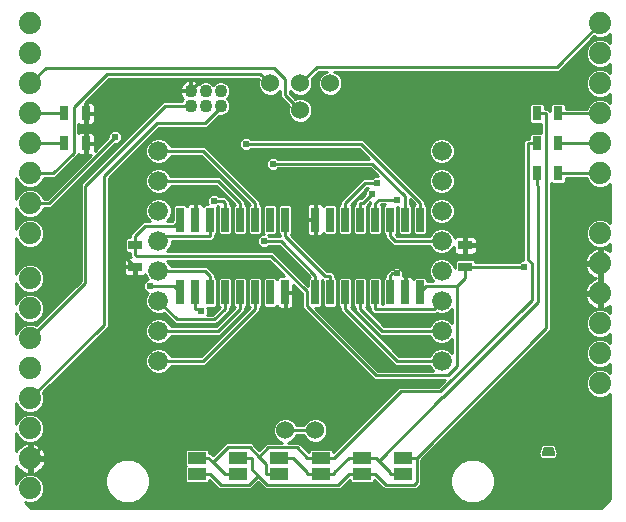
<source format=gtl>
G75*
G70*
%OFA0B0*%
%FSLAX24Y24*%
%IPPOS*%
%LPD*%
%AMOC8*
5,1,8,0,0,1.08239X$1,22.5*
%
%ADD10C,0.0660*%
%ADD11C,0.0433*%
%ADD12C,0.0602*%
%ADD13C,0.0740*%
%ADD14R,0.0260X0.0800*%
%ADD15R,0.0591X0.0394*%
%ADD16R,0.0315X0.0472*%
%ADD17R,0.0472X0.0315*%
%ADD18C,0.0000*%
%ADD19C,0.0001*%
%ADD20C,0.0100*%
%ADD21C,0.0240*%
D10*
X005776Y005750D03*
X005776Y006750D03*
X005776Y007750D03*
X005776Y008750D03*
X005776Y009750D03*
X005776Y010750D03*
X005776Y011750D03*
X005776Y012750D03*
X015224Y012750D03*
X015224Y011750D03*
X015224Y010750D03*
X015224Y009750D03*
X015224Y008750D03*
X015224Y007750D03*
X015224Y006750D03*
X015224Y005750D03*
D11*
X007848Y014250D03*
X007348Y014250D03*
X006848Y014250D03*
X006848Y014750D03*
X007348Y014750D03*
X007848Y014750D03*
D12*
X009500Y015000D03*
X010500Y015000D03*
X010500Y014105D03*
X011500Y015000D03*
X011000Y003440D03*
X010000Y003440D03*
D13*
X001500Y003500D03*
X001500Y004500D03*
X001500Y005500D03*
X001500Y006500D03*
X001500Y007500D03*
X001500Y008500D03*
X001500Y010000D03*
X001500Y011000D03*
X001500Y012000D03*
X001500Y013000D03*
X001500Y014000D03*
X001500Y015000D03*
X001500Y016000D03*
X001500Y017000D03*
X001500Y002500D03*
X001500Y001500D03*
X020500Y005000D03*
X020500Y006000D03*
X020500Y007000D03*
X020500Y008000D03*
X020500Y009000D03*
X020500Y010000D03*
X020500Y012000D03*
X020500Y013000D03*
X020500Y014000D03*
X020500Y015000D03*
X020500Y016000D03*
X020500Y017000D03*
D14*
X014500Y010460D03*
X014000Y010460D03*
X013500Y010460D03*
X013000Y010460D03*
X012500Y010460D03*
X012000Y010460D03*
X011500Y010460D03*
X011000Y010460D03*
X010000Y010460D03*
X009500Y010460D03*
X009000Y010460D03*
X008500Y010460D03*
X008000Y010460D03*
X007500Y010460D03*
X007000Y010460D03*
X006500Y010460D03*
X006500Y008040D03*
X007000Y008040D03*
X007500Y008040D03*
X008000Y008040D03*
X008500Y008040D03*
X009000Y008040D03*
X009500Y008040D03*
X010000Y008040D03*
X011000Y008040D03*
X011500Y008040D03*
X012000Y008040D03*
X012500Y008040D03*
X013000Y008040D03*
X013500Y008040D03*
X014000Y008040D03*
X014500Y008040D03*
D15*
X013939Y002526D03*
X013939Y001974D03*
X012561Y001974D03*
X012561Y002526D03*
X011189Y002526D03*
X011189Y001974D03*
X009811Y001974D03*
X009811Y002526D03*
X008439Y002526D03*
X008439Y001974D03*
X007061Y001974D03*
X007061Y002526D03*
D16*
X018396Y012000D03*
X019104Y012000D03*
X019104Y013000D03*
X018396Y013000D03*
X018396Y014000D03*
X019104Y014000D03*
X003354Y014000D03*
X002646Y014000D03*
X002646Y013000D03*
X003354Y013000D03*
D17*
X005000Y009604D03*
X005000Y008896D03*
X016000Y008896D03*
X016000Y009604D03*
D18*
X018622Y002874D02*
X018654Y002874D01*
X018906Y002874D01*
X018913Y002846D01*
X018925Y002819D01*
X018937Y002787D01*
X018945Y002760D01*
X018957Y002732D01*
X018965Y002705D01*
X018976Y002677D01*
X018965Y002654D01*
X018953Y002626D01*
X018945Y002602D01*
X018587Y002602D01*
X018575Y002626D01*
X018563Y002654D01*
X018551Y002677D01*
X018563Y002705D01*
X018571Y002732D01*
X018583Y002760D01*
X018594Y002787D01*
X018602Y002819D01*
X018614Y002846D01*
X018622Y002874D01*
D19*
X018906Y002874D01*
X018906Y002873D02*
X018622Y002873D01*
X018621Y002872D02*
X018906Y002872D01*
X018906Y002871D02*
X018621Y002871D01*
X018621Y002870D02*
X018907Y002870D01*
X018907Y002869D02*
X018621Y002869D01*
X018620Y002868D02*
X018907Y002868D01*
X018908Y002867D02*
X018620Y002867D01*
X018620Y002866D02*
X018908Y002866D01*
X018908Y002865D02*
X018619Y002865D01*
X018619Y002864D02*
X018908Y002864D01*
X018909Y002863D02*
X018619Y002863D01*
X018619Y002862D02*
X018909Y002862D01*
X018909Y002861D02*
X018618Y002861D01*
X018618Y002860D02*
X018910Y002860D01*
X018910Y002859D02*
X018618Y002859D01*
X018617Y002858D02*
X018910Y002858D01*
X018910Y002857D02*
X018617Y002857D01*
X018617Y002856D02*
X018911Y002856D01*
X018911Y002855D02*
X018617Y002855D01*
X018616Y002854D02*
X018911Y002854D01*
X018912Y002853D02*
X018616Y002853D01*
X018616Y002852D02*
X018912Y002852D01*
X018912Y002851D02*
X018615Y002851D01*
X018615Y002850D02*
X018912Y002850D01*
X018913Y002849D02*
X018615Y002849D01*
X018615Y002848D02*
X018913Y002848D01*
X018913Y002847D02*
X018614Y002847D01*
X018614Y002846D02*
X018914Y002846D01*
X018914Y002845D02*
X018613Y002845D01*
X018613Y002844D02*
X018915Y002844D01*
X018915Y002843D02*
X018613Y002843D01*
X018612Y002842D02*
X018915Y002842D01*
X018916Y002841D02*
X018612Y002841D01*
X018611Y002840D02*
X018916Y002840D01*
X018917Y002839D02*
X018611Y002839D01*
X018610Y002838D02*
X018917Y002838D01*
X018918Y002837D02*
X018610Y002837D01*
X018610Y002836D02*
X018918Y002836D01*
X018918Y002835D02*
X018609Y002835D01*
X018609Y002834D02*
X018919Y002834D01*
X018919Y002833D02*
X018608Y002833D01*
X018608Y002832D02*
X018920Y002832D01*
X018920Y002831D02*
X018607Y002831D01*
X018607Y002830D02*
X018921Y002830D01*
X018921Y002829D02*
X018607Y002829D01*
X018606Y002828D02*
X018921Y002828D01*
X018922Y002827D02*
X018606Y002827D01*
X018605Y002826D02*
X018922Y002826D01*
X018923Y002825D02*
X018605Y002825D01*
X018604Y002824D02*
X018923Y002824D01*
X018924Y002823D02*
X018604Y002823D01*
X018604Y002822D02*
X018924Y002822D01*
X018924Y002821D02*
X018603Y002821D01*
X018603Y002820D02*
X018925Y002820D01*
X018925Y002819D02*
X018602Y002819D01*
X018602Y002818D02*
X018926Y002818D01*
X018926Y002817D02*
X018602Y002817D01*
X018602Y002816D02*
X018926Y002816D01*
X018927Y002815D02*
X018601Y002815D01*
X018601Y002814D02*
X018927Y002814D01*
X018928Y002813D02*
X018601Y002813D01*
X018601Y002812D02*
X018928Y002812D01*
X018928Y002811D02*
X018600Y002811D01*
X018600Y002810D02*
X018929Y002810D01*
X018929Y002809D02*
X018600Y002809D01*
X018600Y002808D02*
X018929Y002808D01*
X018930Y002807D02*
X018599Y002807D01*
X018599Y002806D02*
X018930Y002806D01*
X018931Y002805D02*
X018599Y002805D01*
X018599Y002804D02*
X018931Y002804D01*
X018931Y002803D02*
X018598Y002803D01*
X018598Y002802D02*
X018932Y002802D01*
X018932Y002801D02*
X018598Y002801D01*
X018598Y002800D02*
X018932Y002800D01*
X018933Y002799D02*
X018597Y002799D01*
X018597Y002798D02*
X018933Y002798D01*
X018934Y002797D02*
X018597Y002797D01*
X018597Y002796D02*
X018934Y002796D01*
X018934Y002795D02*
X018596Y002795D01*
X018596Y002794D02*
X018935Y002794D01*
X018935Y002793D02*
X018596Y002793D01*
X018596Y002792D02*
X018935Y002792D01*
X018936Y002791D02*
X018595Y002791D01*
X018595Y002790D02*
X018936Y002790D01*
X018937Y002789D02*
X018595Y002789D01*
X018595Y002788D02*
X018937Y002788D01*
X018937Y002787D02*
X018594Y002787D01*
X018594Y002786D02*
X018937Y002786D01*
X018938Y002785D02*
X018593Y002785D01*
X018593Y002784D02*
X018938Y002784D01*
X018938Y002783D02*
X018592Y002783D01*
X018592Y002782D02*
X018939Y002782D01*
X018939Y002781D02*
X018592Y002781D01*
X018591Y002780D02*
X018939Y002780D01*
X018939Y002779D02*
X018591Y002779D01*
X018590Y002778D02*
X018940Y002778D01*
X018940Y002777D02*
X018590Y002777D01*
X018589Y002776D02*
X018940Y002776D01*
X018941Y002775D02*
X018589Y002775D01*
X018589Y002774D02*
X018941Y002774D01*
X018941Y002773D02*
X018588Y002773D01*
X018588Y002772D02*
X018941Y002772D01*
X018942Y002771D02*
X018587Y002771D01*
X018587Y002770D02*
X018942Y002770D01*
X018942Y002769D02*
X018587Y002769D01*
X018586Y002768D02*
X018943Y002768D01*
X018943Y002767D02*
X018586Y002767D01*
X018585Y002766D02*
X018943Y002766D01*
X018943Y002765D02*
X018585Y002765D01*
X018584Y002764D02*
X018944Y002764D01*
X018944Y002763D02*
X018584Y002763D01*
X018584Y002762D02*
X018944Y002762D01*
X018945Y002761D02*
X018583Y002761D01*
X018583Y002760D02*
X018945Y002760D01*
X018945Y002759D02*
X018582Y002759D01*
X018582Y002758D02*
X018946Y002758D01*
X018946Y002757D02*
X018581Y002757D01*
X018581Y002756D02*
X018947Y002756D01*
X018947Y002755D02*
X018581Y002755D01*
X018580Y002754D02*
X018947Y002754D01*
X018948Y002753D02*
X018580Y002753D01*
X018579Y002752D02*
X018948Y002752D01*
X018949Y002751D02*
X018579Y002751D01*
X018578Y002750D02*
X018949Y002750D01*
X018950Y002749D02*
X018578Y002749D01*
X018578Y002748D02*
X018950Y002748D01*
X018950Y002747D02*
X018577Y002747D01*
X018577Y002746D02*
X018951Y002746D01*
X018951Y002745D02*
X018576Y002745D01*
X018576Y002744D02*
X018952Y002744D01*
X018952Y002743D02*
X018575Y002743D01*
X018575Y002742D02*
X018953Y002742D01*
X018953Y002741D02*
X018575Y002741D01*
X018574Y002740D02*
X018953Y002740D01*
X018954Y002739D02*
X018574Y002739D01*
X018573Y002738D02*
X018954Y002738D01*
X018955Y002737D02*
X018573Y002737D01*
X018572Y002736D02*
X018955Y002736D01*
X018956Y002735D02*
X018572Y002735D01*
X018572Y002734D02*
X018956Y002734D01*
X018956Y002733D02*
X018571Y002733D01*
X018571Y002732D02*
X018957Y002732D01*
X018957Y002731D02*
X018570Y002731D01*
X018570Y002730D02*
X018957Y002730D01*
X018958Y002729D02*
X018570Y002729D01*
X018570Y002728D02*
X018958Y002728D01*
X018958Y002727D02*
X018569Y002727D01*
X018569Y002726D02*
X018959Y002726D01*
X018959Y002725D02*
X018569Y002725D01*
X018568Y002724D02*
X018959Y002724D01*
X018959Y002723D02*
X018568Y002723D01*
X018568Y002722D02*
X018960Y002722D01*
X018960Y002721D02*
X018568Y002721D01*
X018567Y002720D02*
X018960Y002720D01*
X018961Y002719D02*
X018567Y002719D01*
X018567Y002718D02*
X018961Y002718D01*
X018961Y002717D02*
X018566Y002717D01*
X018566Y002716D02*
X018961Y002716D01*
X018962Y002715D02*
X018566Y002715D01*
X018566Y002714D02*
X018962Y002714D01*
X018962Y002713D02*
X018565Y002713D01*
X018565Y002712D02*
X018963Y002712D01*
X018963Y002711D02*
X018565Y002711D01*
X018564Y002710D02*
X018963Y002710D01*
X018963Y002709D02*
X018564Y002709D01*
X018564Y002708D02*
X018964Y002708D01*
X018964Y002707D02*
X018564Y002707D01*
X018563Y002706D02*
X018964Y002706D01*
X018965Y002705D02*
X018563Y002705D01*
X018563Y002704D02*
X018965Y002704D01*
X018965Y002703D02*
X018562Y002703D01*
X018562Y002702D02*
X018966Y002702D01*
X018966Y002701D02*
X018561Y002701D01*
X018561Y002700D02*
X018967Y002700D01*
X018967Y002699D02*
X018560Y002699D01*
X018560Y002698D02*
X018968Y002698D01*
X018968Y002697D02*
X018560Y002697D01*
X018559Y002696D02*
X018968Y002696D01*
X018969Y002695D02*
X018559Y002695D01*
X018558Y002694D02*
X018969Y002694D01*
X018970Y002693D02*
X018558Y002693D01*
X018557Y002692D02*
X018970Y002692D01*
X018971Y002691D02*
X018557Y002691D01*
X018557Y002690D02*
X018971Y002690D01*
X018971Y002689D02*
X018556Y002689D01*
X018556Y002688D02*
X018972Y002688D01*
X018972Y002687D02*
X018555Y002687D01*
X018555Y002686D02*
X018973Y002686D01*
X018973Y002685D02*
X018554Y002685D01*
X018554Y002684D02*
X018974Y002684D01*
X018974Y002683D02*
X018554Y002683D01*
X018553Y002682D02*
X018974Y002682D01*
X018975Y002681D02*
X018553Y002681D01*
X018552Y002680D02*
X018975Y002680D01*
X018976Y002679D02*
X018552Y002679D01*
X018551Y002678D02*
X018976Y002678D01*
X018976Y002677D02*
X018551Y002677D01*
X018552Y002676D02*
X018976Y002676D01*
X018975Y002675D02*
X018552Y002675D01*
X018553Y002674D02*
X018975Y002674D01*
X018974Y002673D02*
X018553Y002673D01*
X018554Y002672D02*
X018974Y002672D01*
X018973Y002671D02*
X018554Y002671D01*
X018555Y002670D02*
X018973Y002670D01*
X018972Y002669D02*
X018555Y002669D01*
X018556Y002668D02*
X018972Y002668D01*
X018971Y002667D02*
X018556Y002667D01*
X018557Y002666D02*
X018971Y002666D01*
X018970Y002665D02*
X018557Y002665D01*
X018558Y002664D02*
X018970Y002664D01*
X018969Y002663D02*
X018558Y002663D01*
X018559Y002662D02*
X018969Y002662D01*
X018968Y002661D02*
X018559Y002661D01*
X018560Y002660D02*
X018968Y002660D01*
X018967Y002659D02*
X018560Y002659D01*
X018561Y002658D02*
X018967Y002658D01*
X018966Y002657D02*
X018561Y002657D01*
X018562Y002656D02*
X018966Y002656D01*
X018965Y002655D02*
X018562Y002655D01*
X018563Y002654D02*
X018965Y002654D01*
X018964Y002653D02*
X018563Y002653D01*
X018564Y002652D02*
X018964Y002652D01*
X018963Y002651D02*
X018564Y002651D01*
X018565Y002650D02*
X018963Y002650D01*
X018963Y002649D02*
X018565Y002649D01*
X018565Y002648D02*
X018962Y002648D01*
X018962Y002647D02*
X018566Y002647D01*
X018566Y002646D02*
X018961Y002646D01*
X018961Y002645D02*
X018567Y002645D01*
X018567Y002644D02*
X018960Y002644D01*
X018960Y002643D02*
X018568Y002643D01*
X018568Y002642D02*
X018960Y002642D01*
X018959Y002641D02*
X018568Y002641D01*
X018569Y002640D02*
X018959Y002640D01*
X018958Y002639D02*
X018569Y002639D01*
X018570Y002638D02*
X018958Y002638D01*
X018957Y002637D02*
X018570Y002637D01*
X018571Y002636D02*
X018957Y002636D01*
X018957Y002635D02*
X018571Y002635D01*
X018571Y002634D02*
X018956Y002634D01*
X018956Y002633D02*
X018572Y002633D01*
X018572Y002632D02*
X018955Y002632D01*
X018955Y002631D02*
X018573Y002631D01*
X018573Y002630D02*
X018954Y002630D01*
X018954Y002629D02*
X018574Y002629D01*
X018574Y002628D02*
X018954Y002628D01*
X018953Y002627D02*
X018574Y002627D01*
X018575Y002626D02*
X018953Y002626D01*
X018952Y002625D02*
X018575Y002625D01*
X018576Y002624D02*
X018952Y002624D01*
X018952Y002623D02*
X018576Y002623D01*
X018577Y002622D02*
X018951Y002622D01*
X018951Y002621D02*
X018577Y002621D01*
X018578Y002620D02*
X018951Y002620D01*
X018950Y002619D02*
X018578Y002619D01*
X018579Y002618D02*
X018950Y002618D01*
X018950Y002617D02*
X018579Y002617D01*
X018580Y002616D02*
X018949Y002616D01*
X018949Y002615D02*
X018580Y002615D01*
X018581Y002614D02*
X018949Y002614D01*
X018948Y002613D02*
X018581Y002613D01*
X018582Y002612D02*
X018948Y002612D01*
X018948Y002611D02*
X018582Y002611D01*
X018583Y002610D02*
X018947Y002610D01*
X018947Y002609D02*
X018583Y002609D01*
X018584Y002608D02*
X018947Y002608D01*
X018946Y002607D02*
X018584Y002607D01*
X018585Y002606D02*
X018946Y002606D01*
X018946Y002605D02*
X018585Y002605D01*
X018586Y002604D02*
X018945Y002604D01*
X018945Y002603D02*
X018586Y002603D01*
D20*
X001405Y001020D02*
X001322Y001054D01*
X001544Y000847D01*
X020517Y000847D01*
X020822Y001153D01*
X020822Y004644D01*
X020772Y004593D01*
X020595Y004520D01*
X020405Y004520D01*
X020228Y004593D01*
X020093Y004728D01*
X020020Y004905D01*
X020020Y005095D01*
X020093Y005272D01*
X020228Y005407D01*
X020405Y005480D01*
X020595Y005480D01*
X020772Y005407D01*
X020822Y005356D01*
X020822Y005644D01*
X020772Y005593D01*
X020595Y005520D01*
X020405Y005520D01*
X020228Y005593D01*
X020093Y005728D01*
X020020Y005905D01*
X020020Y006095D01*
X020093Y006272D01*
X020228Y006407D01*
X020405Y006480D01*
X020595Y006480D01*
X020772Y006407D01*
X020822Y006356D01*
X020822Y006644D01*
X020772Y006593D01*
X020595Y006520D01*
X020405Y006520D01*
X020228Y006593D01*
X020093Y006728D01*
X020020Y006905D01*
X020020Y007095D01*
X020093Y007272D01*
X020228Y007407D01*
X020405Y007480D01*
X020595Y007480D01*
X020772Y007407D01*
X020822Y007356D01*
X020822Y007592D01*
X020773Y007555D01*
X020700Y007518D01*
X020622Y007493D01*
X020550Y007481D01*
X020550Y007950D01*
X020450Y007950D01*
X020450Y007481D01*
X020378Y007493D01*
X020300Y007518D01*
X020227Y007555D01*
X020161Y007603D01*
X020103Y007661D01*
X020055Y007727D01*
X020018Y007800D01*
X019993Y007878D01*
X019981Y007950D01*
X020450Y007950D01*
X020450Y008050D01*
X020450Y008950D01*
X020550Y008950D01*
X020550Y008481D01*
X020550Y008050D01*
X020450Y008050D01*
X019981Y008050D01*
X019993Y008122D01*
X020018Y008200D01*
X020055Y008273D01*
X020103Y008339D01*
X020161Y008397D01*
X020227Y008445D01*
X020300Y008482D01*
X020356Y008500D01*
X020300Y008518D01*
X020227Y008555D01*
X020161Y008603D01*
X020103Y008661D01*
X020055Y008727D01*
X020018Y008800D01*
X019993Y008878D01*
X019981Y008950D01*
X020450Y008950D01*
X020450Y009050D01*
X020450Y009519D01*
X020378Y009507D01*
X020300Y009482D01*
X020227Y009445D01*
X020161Y009397D01*
X020103Y009339D01*
X020055Y009273D01*
X020018Y009200D01*
X019993Y009122D01*
X019981Y009050D01*
X020450Y009050D01*
X020550Y009050D01*
X020550Y009519D01*
X020622Y009507D01*
X020700Y009482D01*
X020773Y009445D01*
X020822Y009408D01*
X020822Y009644D01*
X020772Y009593D01*
X020595Y009520D01*
X020405Y009520D01*
X020228Y009593D01*
X020093Y009728D01*
X020020Y009905D01*
X020020Y010095D01*
X020093Y010272D01*
X020228Y010407D01*
X020405Y010480D01*
X020595Y010480D01*
X020772Y010407D01*
X020822Y010356D01*
X020822Y011644D01*
X020772Y011593D01*
X020595Y011520D01*
X020405Y011520D01*
X020228Y011593D01*
X020093Y011728D01*
X020047Y011840D01*
X019372Y011840D01*
X019372Y011718D01*
X019307Y011654D01*
X018901Y011654D01*
X018863Y011692D01*
X018863Y006778D01*
X014544Y002459D01*
X014544Y001638D01*
X014467Y001561D01*
X014374Y001468D01*
X013287Y001468D01*
X012966Y001788D01*
X012966Y001732D01*
X012902Y001668D01*
X012220Y001668D01*
X012156Y001732D01*
X012156Y001788D01*
X011929Y001561D01*
X011835Y001468D01*
X009478Y001468D01*
X009478Y001468D01*
X009411Y001468D01*
X009345Y001468D01*
X009345Y001468D01*
X009345Y001468D01*
X009297Y001516D01*
X009251Y001561D01*
X009251Y001561D01*
X009109Y001703D01*
X008874Y001468D01*
X007787Y001468D01*
X007693Y001561D01*
X007466Y001788D01*
X007466Y001732D01*
X007402Y001668D01*
X006720Y001668D01*
X006656Y001732D01*
X006656Y002217D01*
X006689Y002250D01*
X006656Y002283D01*
X006656Y002768D01*
X006720Y002832D01*
X007402Y002832D01*
X007466Y002768D01*
X007466Y002686D01*
X007509Y002686D01*
X007509Y002686D01*
X007554Y002641D01*
X007588Y002606D01*
X007921Y002939D01*
X008014Y003033D01*
X008824Y003033D01*
X008891Y003033D01*
X008891Y003033D01*
X008891Y003033D01*
X008939Y002984D01*
X009136Y002788D01*
X009286Y002939D01*
X009380Y003032D01*
X009909Y003032D01*
X009767Y003091D01*
X009651Y003207D01*
X009589Y003358D01*
X009589Y003522D01*
X009651Y003673D01*
X009767Y003789D01*
X009918Y003851D01*
X010082Y003851D01*
X010233Y003789D01*
X010349Y003673D01*
X010379Y003600D01*
X010621Y003600D01*
X010651Y003673D01*
X010767Y003789D01*
X010918Y003851D01*
X011082Y003851D01*
X011233Y003789D01*
X011349Y003673D01*
X011411Y003522D01*
X011411Y003358D01*
X011349Y003207D01*
X011233Y003091D01*
X011082Y003029D01*
X010918Y003029D01*
X010767Y003091D01*
X010651Y003207D01*
X010621Y003280D01*
X010379Y003280D01*
X010349Y003207D01*
X010233Y003091D01*
X010091Y003032D01*
X010463Y003032D01*
X010784Y002712D01*
X010784Y002768D01*
X010848Y002832D01*
X011530Y002832D01*
X011594Y002768D01*
X011594Y002712D01*
X013688Y004805D01*
X013782Y004899D01*
X015112Y004899D01*
X015322Y005110D01*
X012949Y005110D01*
X010651Y007409D01*
X010557Y007502D01*
X010557Y008004D01*
X010280Y008281D01*
X010280Y008055D01*
X010015Y008055D01*
X010015Y008025D01*
X010280Y008025D01*
X010280Y007620D01*
X010270Y007582D01*
X010250Y007548D01*
X010222Y007520D01*
X010188Y007500D01*
X010150Y007490D01*
X010015Y007490D01*
X010015Y008025D01*
X009985Y008025D01*
X009985Y007490D01*
X009850Y007490D01*
X009812Y007500D01*
X009778Y007520D01*
X009750Y007548D01*
X009730Y007582D01*
X009730Y007584D01*
X009676Y007530D01*
X009324Y007530D01*
X009260Y007594D01*
X009260Y008486D01*
X009324Y008550D01*
X009676Y008550D01*
X009730Y008496D01*
X009730Y008498D01*
X009750Y008532D01*
X009778Y008560D01*
X009812Y008580D01*
X009850Y008590D01*
X009971Y008590D01*
X009471Y009090D01*
X006058Y009090D01*
X006149Y008999D01*
X006186Y008910D01*
X007406Y008910D01*
X007660Y008656D01*
X007660Y008550D01*
X007676Y008550D01*
X007740Y008486D01*
X007740Y007594D01*
X007676Y007530D01*
X007402Y007530D01*
X007424Y007509D01*
X007424Y007318D01*
X007401Y007295D01*
X007579Y007295D01*
X007819Y007535D01*
X007760Y007594D01*
X007760Y008486D01*
X007824Y008550D01*
X008176Y008550D01*
X008240Y008486D01*
X008240Y007594D01*
X008176Y007530D01*
X008160Y007530D01*
X008160Y007424D01*
X007712Y006975D01*
X006324Y006975D01*
X006230Y007069D01*
X005952Y007347D01*
X005863Y007310D01*
X005688Y007310D01*
X005526Y007377D01*
X005403Y007501D01*
X005336Y007662D01*
X005336Y007838D01*
X005403Y007999D01*
X005423Y008020D01*
X005398Y008020D01*
X005263Y008155D01*
X005263Y008345D01*
X005398Y008480D01*
X005423Y008480D01*
X005403Y008501D01*
X005346Y008636D01*
X005328Y008618D01*
X005294Y008598D01*
X005256Y008588D01*
X005029Y008588D01*
X005029Y008867D01*
X004971Y008867D01*
X004614Y008867D01*
X004614Y008718D01*
X004624Y008680D01*
X004644Y008646D01*
X004672Y008618D01*
X004706Y008598D01*
X004744Y008588D01*
X004971Y008588D01*
X004971Y008867D01*
X004971Y008924D01*
X004614Y008924D01*
X004614Y009073D01*
X004624Y009111D01*
X004644Y009145D01*
X004672Y009173D01*
X004706Y009193D01*
X004744Y009203D01*
X004867Y009203D01*
X004840Y009231D01*
X004840Y009337D01*
X004718Y009337D01*
X004654Y009401D01*
X004654Y009807D01*
X004718Y009872D01*
X004840Y009872D01*
X004840Y009978D01*
X004934Y010072D01*
X004934Y010072D01*
X005272Y010410D01*
X005493Y010410D01*
X005403Y010501D01*
X005336Y010662D01*
X005336Y010838D01*
X005403Y010999D01*
X005526Y011123D01*
X005688Y011190D01*
X005863Y011190D01*
X006025Y011123D01*
X006149Y010999D01*
X006216Y010838D01*
X006216Y010662D01*
X006149Y010501D01*
X006058Y010410D01*
X006224Y010410D01*
X006260Y010446D01*
X006260Y010906D01*
X006324Y010970D01*
X006676Y010970D01*
X006730Y010916D01*
X006730Y010918D01*
X006750Y010952D01*
X006778Y010980D01*
X006812Y011000D01*
X006850Y011010D01*
X006985Y011010D01*
X006985Y010475D01*
X007015Y010475D01*
X007015Y011010D01*
X007150Y011010D01*
X007188Y011000D01*
X007222Y010980D01*
X007250Y010952D01*
X007270Y010918D01*
X007270Y010916D01*
X007324Y010970D01*
X007420Y010970D01*
X007394Y010997D01*
X007394Y011187D01*
X007528Y011322D01*
X007719Y011322D01*
X007789Y011252D01*
X007984Y011252D01*
X008066Y011170D01*
X008160Y011076D01*
X008160Y010970D01*
X008176Y010970D01*
X008240Y010906D01*
X008240Y010014D01*
X008176Y009950D01*
X007824Y009950D01*
X007760Y010014D01*
X007760Y010903D01*
X007740Y010883D01*
X007740Y010014D01*
X007676Y009950D01*
X007660Y009950D01*
X007660Y009844D01*
X007566Y009750D01*
X006216Y009750D01*
X006216Y009662D01*
X006149Y009501D01*
X006058Y009410D01*
X009604Y009410D01*
X009698Y009316D01*
X010760Y008254D01*
X010760Y008486D01*
X010819Y008545D01*
X009783Y009580D01*
X009466Y009580D01*
X009396Y009510D01*
X009205Y009510D01*
X009071Y009645D01*
X009071Y009836D01*
X009205Y009970D01*
X009304Y009970D01*
X009260Y010014D01*
X009260Y010906D01*
X009324Y010970D01*
X009676Y010970D01*
X009740Y010906D01*
X009740Y010014D01*
X009676Y009950D01*
X009416Y009950D01*
X009466Y009900D01*
X009840Y009900D01*
X009840Y009950D01*
X009824Y009950D01*
X009760Y010014D01*
X009760Y010906D01*
X009824Y010970D01*
X010176Y010970D01*
X010240Y010906D01*
X010240Y010014D01*
X010181Y009955D01*
X011386Y008750D01*
X011566Y008750D01*
X011660Y008656D01*
X011660Y008550D01*
X011676Y008550D01*
X011740Y008486D01*
X011740Y007594D01*
X011676Y007530D01*
X011324Y007530D01*
X011260Y007594D01*
X011260Y008430D01*
X011254Y008430D01*
X011240Y008444D01*
X011240Y007594D01*
X011176Y007530D01*
X010982Y007530D01*
X013082Y005430D01*
X014922Y005430D01*
X014851Y005501D01*
X014814Y005590D01*
X013674Y005590D01*
X011934Y007330D01*
X011840Y007424D01*
X011840Y007530D01*
X011824Y007530D01*
X011760Y007594D01*
X011760Y008486D01*
X011824Y008550D01*
X012176Y008550D01*
X012240Y008486D01*
X012240Y007594D01*
X012181Y007535D01*
X013806Y005910D01*
X014814Y005910D01*
X014851Y005999D01*
X014975Y006123D01*
X015137Y006190D01*
X015312Y006190D01*
X015474Y006123D01*
X015570Y006027D01*
X015570Y006473D01*
X015474Y006377D01*
X015312Y006310D01*
X015137Y006310D01*
X014975Y006377D01*
X014851Y006501D01*
X014814Y006590D01*
X013174Y006590D01*
X012434Y007330D01*
X012340Y007424D01*
X012340Y007530D01*
X012324Y007530D01*
X012260Y007594D01*
X012260Y008486D01*
X012324Y008550D01*
X012676Y008550D01*
X012740Y008486D01*
X012740Y007594D01*
X012681Y007535D01*
X013306Y006910D01*
X014814Y006910D01*
X014851Y006999D01*
X014975Y007123D01*
X015137Y007190D01*
X015312Y007190D01*
X015474Y007123D01*
X015570Y007027D01*
X015570Y007473D01*
X015474Y007377D01*
X015312Y007310D01*
X015137Y007310D01*
X015048Y007347D01*
X015031Y007330D01*
X012934Y007330D01*
X012840Y007424D01*
X012840Y007530D01*
X012824Y007530D01*
X012760Y007594D01*
X012760Y008486D01*
X012824Y008550D01*
X013176Y008550D01*
X013240Y008486D01*
X013240Y007650D01*
X013260Y007650D01*
X013260Y008486D01*
X013324Y008550D01*
X013340Y008550D01*
X013340Y008656D01*
X013434Y008750D01*
X013510Y008827D01*
X013550Y008827D01*
X013620Y008897D01*
X013810Y008897D01*
X013945Y008762D01*
X013945Y008590D01*
X013985Y008590D01*
X013985Y008055D01*
X014015Y008055D01*
X014015Y008590D01*
X014150Y008590D01*
X014188Y008580D01*
X014222Y008560D01*
X014250Y008532D01*
X014270Y008498D01*
X014270Y008496D01*
X014324Y008550D01*
X014676Y008550D01*
X014740Y008486D01*
X014740Y008410D01*
X014942Y008410D01*
X014851Y008501D01*
X014784Y008662D01*
X014784Y008838D01*
X014851Y008999D01*
X014975Y009123D01*
X015137Y009190D01*
X015312Y009190D01*
X015474Y009123D01*
X015597Y008999D01*
X015654Y008863D01*
X015654Y009099D01*
X015718Y009163D01*
X016282Y009163D01*
X016346Y009099D01*
X016346Y009056D01*
X016453Y009056D01*
X016464Y009044D01*
X017798Y009044D01*
X017868Y009114D01*
X017928Y009114D01*
X017928Y013066D01*
X018022Y013160D01*
X018128Y013160D01*
X018128Y013282D01*
X018193Y013346D01*
X018543Y013346D01*
X018543Y013654D01*
X018193Y013654D01*
X018128Y013718D01*
X018128Y014282D01*
X018193Y014346D01*
X018599Y014346D01*
X018663Y014282D01*
X018663Y014160D01*
X018769Y014160D01*
X018837Y014093D01*
X018836Y014093D01*
X018837Y014093D02*
X018837Y014282D01*
X018901Y014346D01*
X019307Y014346D01*
X019372Y014282D01*
X019372Y014160D01*
X020047Y014160D01*
X020093Y014272D01*
X020228Y014407D01*
X020405Y014480D01*
X020595Y014480D01*
X020772Y014407D01*
X020822Y014356D01*
X020822Y014644D01*
X020772Y014593D01*
X020595Y014520D01*
X020405Y014520D01*
X020228Y014593D01*
X020093Y014728D01*
X020020Y014905D01*
X020020Y015095D01*
X020093Y015272D01*
X020228Y015407D01*
X020405Y015480D01*
X020595Y015480D01*
X020772Y015407D01*
X020822Y015356D01*
X020822Y015644D01*
X020772Y015593D01*
X020595Y015520D01*
X020405Y015520D01*
X020228Y015593D01*
X020093Y015728D01*
X020020Y015905D01*
X020020Y016095D01*
X020093Y016272D01*
X020228Y016407D01*
X020405Y016480D01*
X020595Y016480D01*
X020772Y016407D01*
X020822Y016356D01*
X020822Y016644D01*
X020772Y016593D01*
X020595Y016520D01*
X020405Y016520D01*
X020293Y016566D01*
X019217Y015491D01*
X019124Y015397D01*
X011615Y015397D01*
X011733Y015349D01*
X011849Y015233D01*
X011911Y015082D01*
X011911Y014918D01*
X011849Y014767D01*
X011733Y014651D01*
X011582Y014589D01*
X011418Y014589D01*
X011267Y014651D01*
X011151Y014767D01*
X011089Y014918D01*
X011089Y015082D01*
X011151Y015233D01*
X011267Y015349D01*
X011385Y015397D01*
X011124Y015397D01*
X010881Y015155D01*
X010911Y015082D01*
X010911Y014918D01*
X010849Y014767D01*
X010733Y014651D01*
X010582Y014589D01*
X010418Y014589D01*
X010267Y014651D01*
X010160Y014759D01*
X010160Y014671D01*
X010345Y014486D01*
X010418Y014516D01*
X010582Y014516D01*
X010733Y014454D01*
X010849Y014338D01*
X010911Y014187D01*
X010911Y014023D01*
X010849Y013872D01*
X010733Y013756D01*
X010582Y013694D01*
X010418Y013694D01*
X010267Y013756D01*
X010151Y013872D01*
X010089Y014023D01*
X010089Y014187D01*
X010119Y014260D01*
X009840Y014539D01*
X009840Y014759D01*
X009733Y014651D01*
X009582Y014589D01*
X009418Y014589D01*
X009267Y014651D01*
X009151Y014767D01*
X009089Y014918D01*
X009089Y015082D01*
X009119Y015155D01*
X009113Y015161D01*
X004135Y015161D01*
X003326Y014352D01*
X003326Y014029D01*
X003383Y014029D01*
X003383Y014386D01*
X003532Y014386D01*
X003570Y014376D01*
X003604Y014356D01*
X003632Y014328D01*
X003652Y014294D01*
X003662Y014256D01*
X003662Y014029D01*
X003383Y014029D01*
X003383Y013971D01*
X003383Y013614D01*
X003532Y013614D01*
X003570Y013624D01*
X003604Y013644D01*
X003632Y013672D01*
X003652Y013706D01*
X003662Y013744D01*
X003662Y013971D01*
X003383Y013971D01*
X003326Y013971D01*
X003326Y013614D01*
X003177Y013614D01*
X003139Y013624D01*
X003113Y013639D01*
X003113Y013361D01*
X003139Y013376D01*
X003177Y013386D01*
X003326Y013386D01*
X003326Y013029D01*
X003383Y013029D01*
X003383Y013386D01*
X003532Y013386D01*
X003570Y013376D01*
X003604Y013356D01*
X003632Y013328D01*
X003652Y013294D01*
X003662Y013256D01*
X003662Y013029D01*
X003383Y013029D01*
X003383Y012971D01*
X003383Y012614D01*
X003518Y012614D01*
X002064Y011160D01*
X001953Y011160D01*
X001907Y011272D01*
X001772Y011407D01*
X001595Y011480D01*
X001405Y011480D01*
X001228Y011407D01*
X001093Y011272D01*
X001044Y011153D01*
X001044Y011847D01*
X001093Y011728D01*
X001228Y011593D01*
X001405Y011520D01*
X001595Y011520D01*
X001772Y011593D01*
X001907Y011728D01*
X001953Y011840D01*
X002332Y011840D01*
X002426Y011934D01*
X003113Y012621D01*
X003113Y012639D01*
X003139Y012624D01*
X003177Y012614D01*
X003326Y012614D01*
X003326Y012971D01*
X003383Y012971D01*
X003662Y012971D01*
X003662Y012757D01*
X004105Y013200D01*
X004105Y013299D01*
X004239Y013434D01*
X004430Y013434D01*
X004565Y013299D01*
X004565Y013109D01*
X004430Y012974D01*
X004331Y012974D01*
X002197Y010840D01*
X001953Y010840D01*
X001907Y010728D01*
X001772Y010593D01*
X001595Y010520D01*
X001405Y010520D01*
X001228Y010593D01*
X001093Y010728D01*
X001044Y010847D01*
X001044Y010153D01*
X001044Y010153D01*
X001093Y010272D01*
X001228Y010407D01*
X001405Y010480D01*
X001595Y010480D01*
X001772Y010407D01*
X001907Y010272D01*
X001980Y010095D01*
X001980Y009905D01*
X001907Y009728D01*
X001772Y009593D01*
X001595Y009520D01*
X001405Y009520D01*
X001228Y009593D01*
X001093Y009728D01*
X001044Y009847D01*
X001044Y008653D01*
X001093Y008772D01*
X001228Y008907D01*
X001405Y008980D01*
X001595Y008980D01*
X001772Y008907D01*
X001907Y008772D01*
X001980Y008595D01*
X001980Y008405D01*
X001907Y008228D01*
X001772Y008093D01*
X001595Y008020D01*
X001405Y008020D01*
X001228Y008093D01*
X001093Y008228D01*
X001044Y008347D01*
X001044Y007653D01*
X001093Y007772D01*
X001228Y007907D01*
X001405Y007980D01*
X001595Y007980D01*
X001772Y007907D01*
X001907Y007772D01*
X001980Y007595D01*
X001980Y007405D01*
X001907Y007228D01*
X001772Y007093D01*
X001595Y007020D01*
X001405Y007020D01*
X001228Y007093D01*
X001093Y007228D01*
X001044Y007347D01*
X001044Y006653D01*
X001093Y006772D01*
X001228Y006907D01*
X001405Y006980D01*
X001595Y006980D01*
X001707Y006934D01*
X003185Y008411D01*
X003185Y011657D01*
X003279Y011750D01*
X005938Y014410D01*
X006561Y014410D01*
X006572Y014435D01*
X006608Y014472D01*
X006564Y014516D01*
X006524Y014576D01*
X006496Y014643D01*
X006482Y014714D01*
X006482Y014733D01*
X006831Y014733D01*
X006831Y014767D01*
X006482Y014767D01*
X006482Y014786D01*
X006496Y014857D01*
X006524Y014924D01*
X006564Y014984D01*
X006615Y015035D01*
X006675Y015075D01*
X006742Y015102D01*
X006812Y015117D01*
X006831Y015117D01*
X006831Y014767D01*
X006865Y014767D01*
X006865Y015117D01*
X006885Y015117D01*
X006955Y015102D01*
X007022Y015075D01*
X007082Y015035D01*
X007127Y014990D01*
X007163Y015027D01*
X007283Y015077D01*
X007413Y015077D01*
X007533Y015027D01*
X007598Y014962D01*
X007663Y015027D01*
X007783Y015077D01*
X007913Y015077D01*
X008033Y015027D01*
X008125Y014935D01*
X008175Y014815D01*
X008175Y014685D01*
X008125Y014565D01*
X008060Y014500D01*
X008125Y014435D01*
X008175Y014315D01*
X008175Y014185D01*
X008125Y014065D01*
X008033Y013973D01*
X007913Y013923D01*
X007796Y013923D01*
X007486Y013613D01*
X007392Y013519D01*
X005783Y013519D01*
X004121Y011857D01*
X004121Y006895D01*
X001934Y004707D01*
X001980Y004595D01*
X001980Y004405D01*
X001907Y004228D01*
X001772Y004093D01*
X001595Y004020D01*
X001405Y004020D01*
X001228Y004093D01*
X001093Y004228D01*
X001044Y004347D01*
X001044Y003653D01*
X001093Y003772D01*
X001228Y003907D01*
X001405Y003980D01*
X001595Y003980D01*
X001772Y003907D01*
X001907Y003772D01*
X001980Y003595D01*
X001980Y003405D01*
X001907Y003228D01*
X001772Y003093D01*
X001595Y003020D01*
X001405Y003020D01*
X001228Y003093D01*
X001093Y003228D01*
X001044Y003347D01*
X001044Y002750D01*
X001055Y002773D01*
X001103Y002839D01*
X001161Y002897D01*
X001227Y002945D01*
X001300Y002982D01*
X001378Y003007D01*
X001450Y003019D01*
X001450Y002550D01*
X001550Y002550D01*
X001550Y003019D01*
X001622Y003007D01*
X001700Y002982D01*
X001773Y002945D01*
X001839Y002897D01*
X001897Y002839D01*
X001945Y002773D01*
X001982Y002700D01*
X002007Y002622D01*
X002019Y002550D01*
X001550Y002550D01*
X001550Y002450D01*
X002019Y002450D01*
X002007Y002378D01*
X001982Y002300D01*
X001945Y002227D01*
X001897Y002161D01*
X001839Y002103D01*
X001773Y002055D01*
X001700Y002018D01*
X001622Y001993D01*
X001550Y001981D01*
X001550Y002450D01*
X001450Y002450D01*
X001450Y001981D01*
X001378Y001993D01*
X001300Y002018D01*
X001227Y002055D01*
X001161Y002103D01*
X001103Y002161D01*
X001055Y002227D01*
X001044Y002250D01*
X001044Y001653D01*
X001093Y001772D01*
X001228Y001907D01*
X001405Y001980D01*
X001595Y001980D01*
X001772Y001907D01*
X001907Y001772D01*
X001980Y001595D01*
X001980Y001405D01*
X001907Y001228D01*
X001772Y001093D01*
X001595Y001020D01*
X001405Y001020D01*
X001388Y000993D02*
X020662Y000993D01*
X020761Y001091D02*
X016594Y001091D01*
X016669Y001122D02*
X016878Y001331D01*
X016991Y001603D01*
X016991Y001897D01*
X016878Y002169D01*
X016669Y002378D01*
X016397Y002491D01*
X016103Y002491D01*
X015831Y002378D01*
X015622Y002169D01*
X015509Y001897D01*
X015509Y001603D01*
X015622Y001331D01*
X015831Y001122D01*
X016103Y001009D01*
X016397Y001009D01*
X016669Y001122D01*
X016737Y001190D02*
X020822Y001190D01*
X020822Y001288D02*
X016835Y001288D01*
X016901Y001387D02*
X020822Y001387D01*
X020822Y001485D02*
X016942Y001485D01*
X016983Y001584D02*
X020822Y001584D01*
X020822Y001682D02*
X016991Y001682D01*
X016991Y001781D02*
X020822Y001781D01*
X020822Y001879D02*
X016991Y001879D01*
X016957Y001978D02*
X020822Y001978D01*
X020822Y002076D02*
X016917Y002076D01*
X016873Y002175D02*
X020822Y002175D01*
X020822Y002273D02*
X016774Y002273D01*
X016676Y002372D02*
X020822Y002372D01*
X020822Y002470D02*
X016447Y002470D01*
X016053Y002470D02*
X014555Y002470D01*
X014544Y002372D02*
X015824Y002372D01*
X015726Y002273D02*
X014544Y002273D01*
X014544Y002175D02*
X015627Y002175D01*
X015583Y002076D02*
X014544Y002076D01*
X014544Y001978D02*
X015543Y001978D01*
X015509Y001879D02*
X014544Y001879D01*
X014544Y001781D02*
X015509Y001781D01*
X015509Y001682D02*
X014544Y001682D01*
X014490Y001584D02*
X015517Y001584D01*
X015558Y001485D02*
X014391Y001485D01*
X014307Y001628D02*
X014384Y001704D01*
X014384Y002526D01*
X013939Y002526D01*
X013494Y002051D02*
X013118Y002426D01*
X013019Y002526D01*
X012991Y002526D01*
X012561Y002526D01*
X012116Y002526D01*
X011634Y002044D01*
X011634Y001974D01*
X011189Y001974D01*
X010744Y001974D01*
X010744Y002038D01*
X010256Y002526D01*
X009811Y002526D01*
X009366Y002331D02*
X009366Y001974D01*
X009811Y001974D01*
X009411Y001628D02*
X009109Y001929D01*
X008808Y001628D01*
X007853Y001628D01*
X007506Y001974D01*
X007061Y001974D01*
X006656Y001978D02*
X005457Y001978D01*
X005491Y001897D02*
X005378Y002169D01*
X005169Y002378D01*
X004897Y002491D01*
X004603Y002491D01*
X004331Y002378D01*
X004122Y002169D01*
X004009Y001897D01*
X004009Y001603D01*
X004122Y001331D01*
X004331Y001122D01*
X004603Y001009D01*
X004897Y001009D01*
X005169Y001122D01*
X005378Y001331D01*
X005491Y001603D01*
X005491Y001897D01*
X005491Y001879D02*
X006656Y001879D01*
X006656Y001781D02*
X005491Y001781D01*
X005491Y001682D02*
X006706Y001682D01*
X006656Y002076D02*
X005417Y002076D01*
X005373Y002175D02*
X006656Y002175D01*
X006666Y002273D02*
X005274Y002273D01*
X005176Y002372D02*
X006656Y002372D01*
X006656Y002470D02*
X004947Y002470D01*
X004553Y002470D02*
X001550Y002470D01*
X001500Y002500D02*
X004821Y005821D01*
X005000Y005821D01*
X005587Y005234D01*
X007744Y005234D01*
X010000Y007490D01*
X010000Y008040D01*
X009985Y007986D02*
X010015Y007986D01*
X010015Y007888D02*
X009985Y007888D01*
X009985Y007789D02*
X010015Y007789D01*
X010015Y007691D02*
X009985Y007691D01*
X009985Y007592D02*
X010015Y007592D01*
X010015Y007494D02*
X009985Y007494D01*
X009837Y007494D02*
X009160Y007494D01*
X009160Y007530D02*
X009176Y007530D01*
X009240Y007594D01*
X009240Y008486D01*
X009176Y008550D01*
X008824Y008550D01*
X008760Y008486D01*
X008760Y007594D01*
X008819Y007535D01*
X007194Y005910D01*
X006186Y005910D01*
X006149Y005999D01*
X006025Y006123D01*
X005863Y006190D01*
X005688Y006190D01*
X005526Y006123D01*
X005403Y005999D01*
X005336Y005838D01*
X005336Y005662D01*
X005403Y005501D01*
X005526Y005377D01*
X005688Y005310D01*
X005863Y005310D01*
X006025Y005377D01*
X006149Y005501D01*
X006186Y005590D01*
X007326Y005590D01*
X009066Y007330D01*
X009160Y007424D01*
X009160Y007530D01*
X009238Y007592D02*
X009262Y007592D01*
X009260Y007691D02*
X009240Y007691D01*
X009240Y007789D02*
X009260Y007789D01*
X009260Y007888D02*
X009240Y007888D01*
X009240Y007986D02*
X009260Y007986D01*
X009260Y008085D02*
X009240Y008085D01*
X009240Y008183D02*
X009260Y008183D01*
X009260Y008282D02*
X009240Y008282D01*
X009240Y008380D02*
X009260Y008380D01*
X009260Y008479D02*
X009240Y008479D01*
X008760Y008479D02*
X008740Y008479D01*
X008740Y008486D02*
X008676Y008550D01*
X008324Y008550D01*
X008260Y008486D01*
X008260Y007594D01*
X008319Y007535D01*
X007694Y006910D01*
X006186Y006910D01*
X006149Y006999D01*
X006025Y007123D01*
X005863Y007190D01*
X005688Y007190D01*
X005526Y007123D01*
X005403Y006999D01*
X005336Y006838D01*
X005336Y006662D01*
X005403Y006501D01*
X005526Y006377D01*
X005688Y006310D01*
X005863Y006310D01*
X006025Y006377D01*
X006149Y006501D01*
X006186Y006590D01*
X007826Y006590D01*
X008566Y007330D01*
X008660Y007424D01*
X008660Y007530D01*
X008676Y007530D01*
X008740Y007594D01*
X008740Y008486D01*
X008740Y008380D02*
X008760Y008380D01*
X008760Y008282D02*
X008740Y008282D01*
X008740Y008183D02*
X008760Y008183D01*
X008760Y008085D02*
X008740Y008085D01*
X008740Y007986D02*
X008760Y007986D01*
X008760Y007888D02*
X008740Y007888D01*
X008740Y007789D02*
X008760Y007789D01*
X008760Y007691D02*
X008740Y007691D01*
X008738Y007592D02*
X008762Y007592D01*
X008777Y007494D02*
X008660Y007494D01*
X008679Y007395D02*
X008631Y007395D01*
X008580Y007297D02*
X008533Y007297D01*
X008482Y007198D02*
X008434Y007198D01*
X008383Y007100D02*
X008336Y007100D01*
X008285Y007001D02*
X008237Y007001D01*
X008186Y006903D02*
X008139Y006903D01*
X008088Y006804D02*
X008040Y006804D01*
X007989Y006706D02*
X007942Y006706D01*
X007891Y006607D02*
X007843Y006607D01*
X007792Y006509D02*
X006152Y006509D01*
X006058Y006410D02*
X007694Y006410D01*
X007595Y006312D02*
X005867Y006312D01*
X005684Y006312D02*
X003538Y006312D01*
X003636Y006410D02*
X005493Y006410D01*
X005399Y006509D02*
X003735Y006509D01*
X003833Y006607D02*
X005359Y006607D01*
X005336Y006706D02*
X003932Y006706D01*
X004030Y006804D02*
X005336Y006804D01*
X005363Y006903D02*
X004121Y006903D01*
X004121Y007001D02*
X005404Y007001D01*
X005503Y007100D02*
X004121Y007100D01*
X004121Y007198D02*
X006101Y007198D01*
X006048Y007100D02*
X006200Y007100D01*
X006147Y007001D02*
X006298Y007001D01*
X006390Y007135D02*
X007646Y007135D01*
X008000Y007490D01*
X008000Y008040D01*
X007760Y008085D02*
X007740Y008085D01*
X007740Y008183D02*
X007760Y008183D01*
X007760Y008282D02*
X007740Y008282D01*
X007740Y008380D02*
X007760Y008380D01*
X007760Y008479D02*
X007740Y008479D01*
X007660Y008577D02*
X009807Y008577D01*
X009886Y008676D02*
X007641Y008676D01*
X007542Y008774D02*
X009787Y008774D01*
X009689Y008873D02*
X007444Y008873D01*
X007340Y008750D02*
X007500Y008590D01*
X007500Y008040D01*
X007740Y007986D02*
X007760Y007986D01*
X007760Y007888D02*
X007740Y007888D01*
X007740Y007789D02*
X007760Y007789D01*
X007760Y007691D02*
X007740Y007691D01*
X007738Y007592D02*
X007762Y007592D01*
X007777Y007494D02*
X007424Y007494D01*
X007424Y007395D02*
X007679Y007395D01*
X007580Y007297D02*
X007402Y007297D01*
X007194Y007413D02*
X007117Y007490D01*
X007000Y007490D01*
X007000Y008040D01*
X006500Y008040D02*
X006290Y008250D01*
X005493Y008250D01*
X005333Y008085D02*
X004121Y008085D01*
X004121Y008183D02*
X005263Y008183D01*
X005263Y008282D02*
X004121Y008282D01*
X004121Y008380D02*
X005298Y008380D01*
X005396Y008479D02*
X004121Y008479D01*
X004121Y008577D02*
X005371Y008577D01*
X005029Y008676D02*
X004971Y008676D01*
X004971Y008774D02*
X005029Y008774D01*
X004971Y008873D02*
X004121Y008873D01*
X004121Y008971D02*
X004614Y008971D01*
X004614Y009070D02*
X004121Y009070D01*
X004121Y009168D02*
X004667Y009168D01*
X004603Y009292D02*
X004603Y010277D01*
X005558Y011231D01*
X006779Y011231D01*
X007000Y011010D01*
X007000Y010460D01*
X006985Y010547D02*
X007015Y010547D01*
X007015Y010646D02*
X006985Y010646D01*
X006985Y010744D02*
X007015Y010744D01*
X007015Y010843D02*
X006985Y010843D01*
X006985Y010941D02*
X007015Y010941D01*
X007256Y010941D02*
X007295Y010941D01*
X007394Y011040D02*
X006108Y011040D01*
X006173Y010941D02*
X006295Y010941D01*
X006260Y010843D02*
X006214Y010843D01*
X006216Y010744D02*
X006260Y010744D01*
X006260Y010646D02*
X006209Y010646D01*
X006168Y010547D02*
X006260Y010547D01*
X006260Y010449D02*
X006096Y010449D01*
X006290Y010250D02*
X005338Y010250D01*
X005000Y009912D01*
X005000Y009604D01*
X005000Y009297D01*
X005047Y009250D01*
X009538Y009250D01*
X010717Y008071D01*
X010717Y007569D01*
X013016Y005270D01*
X015426Y005270D01*
X015730Y005574D01*
X015730Y008250D01*
X014710Y008250D01*
X014500Y008040D01*
X014015Y008085D02*
X013985Y008085D01*
X014000Y008040D02*
X014000Y008590D01*
X014000Y009250D01*
X011660Y009250D01*
X011000Y009910D01*
X011000Y010460D01*
X011000Y011010D01*
X010276Y011010D01*
X008035Y013251D01*
X008222Y013437D01*
X008222Y014902D01*
X008006Y015118D01*
X007184Y015118D01*
X006848Y014782D01*
X006848Y014750D01*
X004412Y014750D01*
X003662Y014000D01*
X003354Y014000D01*
X003354Y013000D01*
X003383Y013010D02*
X003914Y013010D01*
X004013Y013108D02*
X003662Y013108D01*
X003662Y013207D02*
X004105Y013207D01*
X004111Y013305D02*
X003645Y013305D01*
X003383Y013305D02*
X003326Y013305D01*
X003326Y013207D02*
X003383Y013207D01*
X003383Y013108D02*
X003326Y013108D01*
X003326Y012911D02*
X003383Y012911D01*
X003383Y012813D02*
X003326Y012813D01*
X003326Y012714D02*
X003383Y012714D01*
X003383Y012616D02*
X003326Y012616D01*
X003422Y012517D02*
X003009Y012517D01*
X003107Y012616D02*
X003171Y012616D01*
X003323Y012419D02*
X002910Y012419D01*
X002812Y012320D02*
X003225Y012320D01*
X003126Y012222D02*
X002713Y012222D01*
X002615Y012123D02*
X003028Y012123D01*
X002929Y012025D02*
X002516Y012025D01*
X002426Y011934D02*
X002426Y011934D01*
X002418Y011926D02*
X002831Y011926D01*
X002732Y011828D02*
X001948Y011828D01*
X001907Y011729D02*
X002634Y011729D01*
X002535Y011631D02*
X001809Y011631D01*
X001625Y011532D02*
X002437Y011532D01*
X002338Y011434D02*
X001708Y011434D01*
X001844Y011335D02*
X002240Y011335D01*
X002141Y011237D02*
X001922Y011237D01*
X002131Y011000D02*
X004335Y013204D01*
X004565Y013207D02*
X004735Y013207D01*
X004833Y013305D02*
X004559Y013305D01*
X004460Y013404D02*
X004932Y013404D01*
X005030Y013502D02*
X003113Y013502D01*
X003113Y013404D02*
X004209Y013404D01*
X004564Y013108D02*
X004636Y013108D01*
X004538Y013010D02*
X004466Y013010D01*
X004439Y012911D02*
X004268Y012911D01*
X004341Y012813D02*
X004170Y012813D01*
X004242Y012714D02*
X004071Y012714D01*
X004144Y012616D02*
X003973Y012616D01*
X004045Y012517D02*
X003874Y012517D01*
X003947Y012419D02*
X003776Y012419D01*
X003848Y012320D02*
X003677Y012320D01*
X003750Y012222D02*
X003579Y012222D01*
X003651Y012123D02*
X003480Y012123D01*
X003553Y012025D02*
X003382Y012025D01*
X003454Y011926D02*
X003283Y011926D01*
X003356Y011828D02*
X003185Y011828D01*
X003257Y011729D02*
X003086Y011729D01*
X002988Y011631D02*
X003185Y011631D01*
X003185Y011532D02*
X002889Y011532D01*
X002791Y011434D02*
X003185Y011434D01*
X003185Y011335D02*
X002692Y011335D01*
X002594Y011237D02*
X003185Y011237D01*
X003185Y011138D02*
X002495Y011138D01*
X002397Y011040D02*
X003185Y011040D01*
X003185Y010941D02*
X002298Y010941D01*
X002200Y010843D02*
X003185Y010843D01*
X003185Y010744D02*
X001914Y010744D01*
X001824Y010646D02*
X003185Y010646D01*
X003185Y010547D02*
X001661Y010547D01*
X001671Y010449D02*
X003185Y010449D01*
X003185Y010350D02*
X001829Y010350D01*
X001915Y010252D02*
X003185Y010252D01*
X003185Y010153D02*
X001956Y010153D01*
X001980Y010055D02*
X003185Y010055D01*
X003185Y009956D02*
X001980Y009956D01*
X001961Y009858D02*
X003185Y009858D01*
X003185Y009759D02*
X001920Y009759D01*
X001839Y009661D02*
X003185Y009661D01*
X003185Y009562D02*
X001697Y009562D01*
X001303Y009562D02*
X001044Y009562D01*
X001044Y009464D02*
X003185Y009464D01*
X003185Y009365D02*
X001044Y009365D01*
X001044Y009267D02*
X003185Y009267D01*
X003185Y009168D02*
X001044Y009168D01*
X001044Y009070D02*
X003185Y009070D01*
X003185Y008971D02*
X001617Y008971D01*
X001806Y008873D02*
X003185Y008873D01*
X003185Y008774D02*
X001905Y008774D01*
X001947Y008676D02*
X003185Y008676D01*
X003185Y008577D02*
X001980Y008577D01*
X001980Y008479D02*
X003185Y008479D01*
X003154Y008380D02*
X001970Y008380D01*
X001929Y008282D02*
X003055Y008282D01*
X002957Y008183D02*
X001862Y008183D01*
X001751Y008085D02*
X002858Y008085D01*
X002760Y007986D02*
X001044Y007986D01*
X001044Y007888D02*
X001209Y007888D01*
X001110Y007789D02*
X001044Y007789D01*
X001044Y007691D02*
X001059Y007691D01*
X001044Y008085D02*
X001249Y008085D01*
X001138Y008183D02*
X001044Y008183D01*
X001044Y008282D02*
X001071Y008282D01*
X001044Y008676D02*
X001053Y008676D01*
X001044Y008774D02*
X001095Y008774D01*
X001044Y008873D02*
X001194Y008873D01*
X001044Y008971D02*
X001383Y008971D01*
X001161Y009661D02*
X001044Y009661D01*
X001044Y009759D02*
X001080Y009759D01*
X001085Y010252D02*
X001044Y010252D01*
X001044Y010350D02*
X001171Y010350D01*
X001044Y010449D02*
X001329Y010449D01*
X001339Y010547D02*
X001044Y010547D01*
X001044Y010646D02*
X001176Y010646D01*
X001086Y010744D02*
X001044Y010744D01*
X001044Y010843D02*
X001046Y010843D01*
X001044Y011237D02*
X001078Y011237D01*
X001044Y011335D02*
X001156Y011335D01*
X001044Y011434D02*
X001292Y011434D01*
X001375Y011532D02*
X001044Y011532D01*
X001044Y011631D02*
X001191Y011631D01*
X001093Y011729D02*
X001044Y011729D01*
X001044Y011828D02*
X001052Y011828D01*
X001500Y012000D02*
X002266Y012000D01*
X002953Y012688D01*
X002953Y014206D01*
X004068Y015321D01*
X009179Y015321D01*
X009500Y015000D01*
X009089Y014980D02*
X008081Y014980D01*
X008148Y014881D02*
X009104Y014881D01*
X009145Y014783D02*
X008175Y014783D01*
X008175Y014684D02*
X009234Y014684D01*
X009089Y015078D02*
X007014Y015078D01*
X006865Y015078D02*
X006831Y015078D01*
X006831Y014980D02*
X006865Y014980D01*
X006865Y014881D02*
X006831Y014881D01*
X006831Y014783D02*
X006865Y014783D01*
X006683Y015078D02*
X004051Y015078D01*
X003953Y014980D02*
X006561Y014980D01*
X006506Y014881D02*
X003854Y014881D01*
X003756Y014783D02*
X006482Y014783D01*
X006488Y014684D02*
X003657Y014684D01*
X003559Y014586D02*
X006520Y014586D01*
X006593Y014487D02*
X003460Y014487D01*
X003362Y014389D02*
X005917Y014389D01*
X005818Y014290D02*
X003653Y014290D01*
X003662Y014192D02*
X005720Y014192D01*
X005621Y014093D02*
X003662Y014093D01*
X003662Y013896D02*
X005424Y013896D01*
X005326Y013798D02*
X003662Y013798D01*
X003648Y013699D02*
X005227Y013699D01*
X005129Y013601D02*
X003113Y013601D01*
X003326Y013699D02*
X003383Y013699D01*
X003383Y013798D02*
X003326Y013798D01*
X003326Y013896D02*
X003383Y013896D01*
X003383Y013995D02*
X005523Y013995D01*
X005717Y013679D02*
X003961Y011923D01*
X003961Y006961D01*
X001500Y004500D01*
X001823Y004145D02*
X013027Y004145D01*
X013125Y004243D02*
X001913Y004243D01*
X001954Y004342D02*
X013224Y004342D01*
X013322Y004440D02*
X001980Y004440D01*
X001980Y004539D02*
X013421Y004539D01*
X013519Y004637D02*
X001963Y004637D01*
X001962Y004736D02*
X013618Y004736D01*
X013716Y004834D02*
X002060Y004834D01*
X002159Y004933D02*
X015145Y004933D01*
X015244Y005031D02*
X002257Y005031D01*
X002356Y005130D02*
X012930Y005130D01*
X012831Y005228D02*
X002454Y005228D01*
X002553Y005327D02*
X005648Y005327D01*
X005478Y005425D02*
X002651Y005425D01*
X002750Y005524D02*
X005393Y005524D01*
X005352Y005622D02*
X002848Y005622D01*
X002947Y005721D02*
X005336Y005721D01*
X005336Y005819D02*
X003045Y005819D01*
X003144Y005918D02*
X005369Y005918D01*
X005419Y006016D02*
X003242Y006016D01*
X003341Y006115D02*
X005518Y006115D01*
X005776Y005750D02*
X007260Y005750D01*
X009000Y007490D01*
X009000Y008040D01*
X008500Y008040D02*
X008500Y007490D01*
X007760Y006750D01*
X005776Y006750D01*
X006003Y007297D02*
X004121Y007297D01*
X004121Y007395D02*
X005508Y007395D01*
X005410Y007494D02*
X004121Y007494D01*
X004121Y007592D02*
X005365Y007592D01*
X005336Y007691D02*
X004121Y007691D01*
X004121Y007789D02*
X005336Y007789D01*
X005356Y007888D02*
X004121Y007888D01*
X004121Y007986D02*
X005397Y007986D01*
X005776Y007750D02*
X006390Y007135D01*
X007497Y006213D02*
X003439Y006213D01*
X002169Y007395D02*
X001976Y007395D01*
X001980Y007494D02*
X002267Y007494D01*
X002366Y007592D02*
X001980Y007592D01*
X001941Y007691D02*
X002464Y007691D01*
X002563Y007789D02*
X001890Y007789D01*
X001791Y007888D02*
X002661Y007888D01*
X003345Y008345D02*
X001500Y006500D01*
X001066Y006706D02*
X001044Y006706D01*
X001044Y006804D02*
X001125Y006804D01*
X001044Y006903D02*
X001224Y006903D01*
X001044Y007001D02*
X001775Y007001D01*
X001778Y007100D02*
X001873Y007100D01*
X001877Y007198D02*
X001972Y007198D01*
X001935Y007297D02*
X002070Y007297D01*
X001222Y007100D02*
X001044Y007100D01*
X001044Y007198D02*
X001123Y007198D01*
X001065Y007297D02*
X001044Y007297D01*
X003345Y008345D02*
X003345Y011590D01*
X006005Y014250D01*
X006848Y014250D01*
X007326Y013679D02*
X005717Y013679D01*
X005766Y013502D02*
X018543Y013502D01*
X018543Y013404D02*
X005667Y013404D01*
X005569Y013305D02*
X018151Y013305D01*
X018128Y013207D02*
X008799Y013207D01*
X008797Y013209D02*
X008606Y013209D01*
X008471Y013074D01*
X008471Y012883D01*
X008606Y012749D01*
X008797Y012749D01*
X008867Y012819D01*
X012475Y012819D01*
X012804Y012489D01*
X009759Y012489D01*
X009689Y012559D01*
X009499Y012559D01*
X009364Y012425D01*
X009364Y012234D01*
X009499Y012099D01*
X009689Y012099D01*
X009759Y012169D01*
X012841Y012169D01*
X013104Y011906D01*
X012958Y011906D01*
X012888Y011836D01*
X012600Y011836D01*
X011840Y011076D01*
X011840Y010970D01*
X011824Y010970D01*
X011760Y010906D01*
X011760Y010014D01*
X011824Y009950D01*
X012176Y009950D01*
X012240Y010014D01*
X012240Y010906D01*
X012181Y010965D01*
X012733Y011516D01*
X012771Y011516D01*
X012678Y011423D01*
X012678Y011324D01*
X012524Y011170D01*
X012434Y011170D01*
X012340Y011076D01*
X012340Y010970D01*
X012324Y010970D01*
X012260Y010906D01*
X012260Y010014D01*
X012324Y009950D01*
X012676Y009950D01*
X012740Y010014D01*
X012740Y010906D01*
X012726Y010920D01*
X012750Y010944D01*
X012840Y011034D01*
X012840Y010970D01*
X012824Y010970D01*
X012760Y010906D01*
X012760Y010014D01*
X012824Y009950D01*
X013176Y009950D01*
X013240Y010014D01*
X013240Y010906D01*
X013181Y010965D01*
X013183Y010967D01*
X013321Y010967D01*
X013260Y010906D01*
X013260Y010014D01*
X013324Y009950D01*
X013340Y009950D01*
X013340Y009844D01*
X013594Y009590D01*
X014814Y009590D01*
X014851Y009501D01*
X014975Y009377D01*
X015137Y009310D01*
X015312Y009310D01*
X015474Y009377D01*
X015597Y009501D01*
X015614Y009540D01*
X015614Y009427D01*
X015624Y009389D01*
X015644Y009355D01*
X015672Y009327D01*
X015706Y009307D01*
X015744Y009297D01*
X015971Y009297D01*
X015971Y009576D01*
X016029Y009576D01*
X016029Y009633D01*
X016386Y009633D01*
X016386Y009782D01*
X016376Y009820D01*
X016356Y009854D01*
X016328Y009882D01*
X016294Y009902D01*
X016256Y009912D01*
X016029Y009912D01*
X016029Y009633D01*
X015971Y009633D01*
X015971Y009912D01*
X015744Y009912D01*
X015706Y009902D01*
X015672Y009882D01*
X015654Y009864D01*
X015597Y009999D01*
X015474Y010123D01*
X015312Y010190D01*
X015137Y010190D01*
X014975Y010123D01*
X014851Y009999D01*
X014814Y009910D01*
X013726Y009910D01*
X013681Y009955D01*
X013740Y010014D01*
X013740Y010897D01*
X013760Y010897D01*
X013760Y010014D01*
X013824Y009950D01*
X014176Y009950D01*
X014240Y010014D01*
X014240Y010906D01*
X014176Y010970D01*
X014160Y010970D01*
X014160Y011134D01*
X014324Y010970D01*
X014260Y010906D01*
X014260Y010014D01*
X014324Y009950D01*
X014676Y009950D01*
X014740Y010014D01*
X014740Y010906D01*
X014676Y010970D01*
X014660Y010970D01*
X014660Y011086D01*
X012701Y013045D01*
X012608Y013139D01*
X008867Y013139D01*
X008797Y013209D01*
X008604Y013207D02*
X005470Y013207D01*
X005526Y013123D02*
X005403Y012999D01*
X005336Y012838D01*
X005336Y012662D01*
X005403Y012501D01*
X005526Y012377D01*
X005688Y012310D01*
X005863Y012310D01*
X006025Y012377D01*
X006149Y012501D01*
X006186Y012590D01*
X007194Y012590D01*
X008819Y010965D01*
X008760Y010906D01*
X008760Y010014D01*
X008824Y009950D01*
X009176Y009950D01*
X009240Y010014D01*
X009240Y010906D01*
X009176Y010970D01*
X009160Y010970D01*
X009160Y011076D01*
X007326Y012910D01*
X006186Y012910D01*
X006149Y012999D01*
X006025Y013123D01*
X005863Y013190D01*
X005688Y013190D01*
X005526Y013123D01*
X005511Y013108D02*
X005372Y013108D01*
X005413Y013010D02*
X005273Y013010D01*
X005296Y012975D02*
X005571Y013251D01*
X008035Y013251D01*
X008506Y013108D02*
X006040Y013108D01*
X006138Y013010D02*
X008471Y013010D01*
X008471Y012911D02*
X006185Y012911D01*
X005776Y012750D02*
X007260Y012750D01*
X009000Y011010D01*
X009000Y010460D01*
X009240Y010449D02*
X009260Y010449D01*
X009260Y010547D02*
X009240Y010547D01*
X009240Y010646D02*
X009260Y010646D01*
X009260Y010744D02*
X009240Y010744D01*
X009240Y010843D02*
X009260Y010843D01*
X009295Y010941D02*
X009205Y010941D01*
X009160Y011040D02*
X011840Y011040D01*
X011795Y010941D02*
X011705Y010941D01*
X011676Y010970D02*
X011324Y010970D01*
X011270Y010916D01*
X011270Y010918D01*
X011250Y010952D01*
X011222Y010980D01*
X011188Y011000D01*
X011150Y011010D01*
X011015Y011010D01*
X011015Y010475D01*
X010985Y010475D01*
X010985Y011010D01*
X010850Y011010D01*
X010812Y011000D01*
X010778Y010980D01*
X010750Y010952D01*
X010730Y010918D01*
X010720Y010880D01*
X010720Y010475D01*
X010985Y010475D01*
X010985Y010445D01*
X011015Y010445D01*
X011015Y009910D01*
X011150Y009910D01*
X011188Y009920D01*
X011222Y009940D01*
X011250Y009968D01*
X011270Y010002D01*
X011270Y010004D01*
X011324Y009950D01*
X011676Y009950D01*
X011740Y010014D01*
X011740Y010906D01*
X011676Y010970D01*
X011740Y010843D02*
X011760Y010843D01*
X011760Y010744D02*
X011740Y010744D01*
X011740Y010646D02*
X011760Y010646D01*
X011760Y010547D02*
X011740Y010547D01*
X011740Y010449D02*
X011760Y010449D01*
X011760Y010350D02*
X011740Y010350D01*
X011740Y010252D02*
X011760Y010252D01*
X011760Y010153D02*
X011740Y010153D01*
X011740Y010055D02*
X011760Y010055D01*
X011818Y009956D02*
X011682Y009956D01*
X011318Y009956D02*
X011238Y009956D01*
X011015Y009956D02*
X010985Y009956D01*
X010985Y009910D02*
X010850Y009910D01*
X010812Y009920D01*
X010778Y009940D01*
X010750Y009968D01*
X010730Y010002D01*
X010720Y010040D01*
X010720Y010445D01*
X010985Y010445D01*
X010985Y009910D01*
X010985Y010055D02*
X011015Y010055D01*
X011015Y010153D02*
X010985Y010153D01*
X010985Y010252D02*
X011015Y010252D01*
X011015Y010350D02*
X010985Y010350D01*
X010985Y010449D02*
X010240Y010449D01*
X010240Y010547D02*
X010720Y010547D01*
X010720Y010646D02*
X010240Y010646D01*
X010240Y010744D02*
X010720Y010744D01*
X010720Y010843D02*
X010240Y010843D01*
X010205Y010941D02*
X010744Y010941D01*
X010985Y010941D02*
X011015Y010941D01*
X011015Y010843D02*
X010985Y010843D01*
X010985Y010744D02*
X011015Y010744D01*
X011015Y010646D02*
X010985Y010646D01*
X010985Y010547D02*
X011015Y010547D01*
X010720Y010350D02*
X010240Y010350D01*
X010240Y010252D02*
X010720Y010252D01*
X010720Y010153D02*
X010240Y010153D01*
X010240Y010055D02*
X010720Y010055D01*
X010762Y009956D02*
X010182Y009956D01*
X010279Y009858D02*
X013340Y009858D01*
X013318Y009956D02*
X013182Y009956D01*
X013240Y010055D02*
X013260Y010055D01*
X013260Y010153D02*
X013240Y010153D01*
X013240Y010252D02*
X013260Y010252D01*
X013260Y010350D02*
X013240Y010350D01*
X013240Y010449D02*
X013260Y010449D01*
X013260Y010547D02*
X013240Y010547D01*
X013240Y010646D02*
X013260Y010646D01*
X013260Y010744D02*
X013240Y010744D01*
X013240Y010843D02*
X013260Y010843D01*
X013295Y010941D02*
X013205Y010941D01*
X013117Y011127D02*
X013000Y011010D01*
X013000Y010460D01*
X012760Y010449D02*
X012740Y010449D01*
X012740Y010547D02*
X012760Y010547D01*
X012760Y010646D02*
X012740Y010646D01*
X012740Y010744D02*
X012760Y010744D01*
X012760Y010843D02*
X012740Y010843D01*
X012747Y010941D02*
X012795Y010941D01*
X012590Y011010D02*
X012500Y011010D01*
X012500Y010460D01*
X012260Y010449D02*
X012240Y010449D01*
X012240Y010547D02*
X012260Y010547D01*
X012260Y010646D02*
X012240Y010646D01*
X012240Y010744D02*
X012260Y010744D01*
X012260Y010843D02*
X012240Y010843D01*
X012205Y010941D02*
X012295Y010941D01*
X012256Y011040D02*
X012340Y011040D01*
X012354Y011138D02*
X012402Y011138D01*
X012453Y011237D02*
X012590Y011237D01*
X012551Y011335D02*
X012678Y011335D01*
X012688Y011434D02*
X012650Y011434D01*
X012296Y011532D02*
X008704Y011532D01*
X008606Y011631D02*
X012394Y011631D01*
X012493Y011729D02*
X008507Y011729D01*
X008409Y011828D02*
X012591Y011828D01*
X012666Y011676D02*
X012000Y011010D01*
X012000Y010460D01*
X012240Y010350D02*
X012260Y010350D01*
X012260Y010252D02*
X012240Y010252D01*
X012240Y010153D02*
X012260Y010153D01*
X012260Y010055D02*
X012240Y010055D01*
X012182Y009956D02*
X012318Y009956D01*
X012682Y009956D02*
X012818Y009956D01*
X012760Y010055D02*
X012740Y010055D01*
X012740Y010153D02*
X012760Y010153D01*
X012760Y010252D02*
X012740Y010252D01*
X012740Y010350D02*
X012760Y010350D01*
X013500Y010460D02*
X013500Y009910D01*
X013660Y009750D01*
X015224Y009750D01*
X015560Y009464D02*
X015614Y009464D01*
X015638Y009365D02*
X015445Y009365D01*
X015365Y009168D02*
X017928Y009168D01*
X017928Y009267D02*
X010870Y009267D01*
X010771Y009365D02*
X015004Y009365D01*
X014889Y009464D02*
X010673Y009464D01*
X010574Y009562D02*
X014826Y009562D01*
X014833Y009956D02*
X014682Y009956D01*
X014740Y010055D02*
X014907Y010055D01*
X015048Y010153D02*
X014740Y010153D01*
X014740Y010252D02*
X017928Y010252D01*
X017928Y010350D02*
X015409Y010350D01*
X015474Y010377D02*
X015312Y010310D01*
X015137Y010310D01*
X014975Y010377D01*
X014851Y010501D01*
X014784Y010662D01*
X014784Y010838D01*
X014851Y010999D01*
X014975Y011123D01*
X015137Y011190D01*
X015312Y011190D01*
X015474Y011123D01*
X015597Y010999D01*
X015664Y010838D01*
X015664Y010662D01*
X015597Y010501D01*
X015474Y010377D01*
X015545Y010449D02*
X017928Y010449D01*
X017928Y010547D02*
X015617Y010547D01*
X015657Y010646D02*
X017928Y010646D01*
X017928Y010744D02*
X015664Y010744D01*
X015662Y010843D02*
X017928Y010843D01*
X017928Y010941D02*
X015622Y010941D01*
X015557Y011040D02*
X017928Y011040D01*
X017928Y011138D02*
X015437Y011138D01*
X015372Y011335D02*
X017928Y011335D01*
X017928Y011237D02*
X014510Y011237D01*
X014411Y011335D02*
X015076Y011335D01*
X015137Y011310D02*
X015312Y011310D01*
X015474Y011377D01*
X015597Y011501D01*
X015664Y011662D01*
X015664Y011838D01*
X015597Y011999D01*
X015474Y012123D01*
X015312Y012190D01*
X015137Y012190D01*
X014975Y012123D01*
X014851Y011999D01*
X014784Y011838D01*
X014784Y011662D01*
X014851Y011501D01*
X014975Y011377D01*
X015137Y011310D01*
X015011Y011138D02*
X014608Y011138D01*
X014660Y011040D02*
X014892Y011040D01*
X014827Y010941D02*
X014705Y010941D01*
X014740Y010843D02*
X014786Y010843D01*
X014784Y010744D02*
X014740Y010744D01*
X014740Y010646D02*
X014791Y010646D01*
X014832Y010547D02*
X014740Y010547D01*
X014740Y010449D02*
X014904Y010449D01*
X015040Y010350D02*
X014740Y010350D01*
X014500Y010460D02*
X014500Y011010D01*
X014500Y011020D01*
X012541Y012979D01*
X008701Y012979D01*
X008542Y012813D02*
X007424Y012813D01*
X007522Y012714D02*
X012580Y012714D01*
X012678Y012616D02*
X007621Y012616D01*
X007719Y012517D02*
X009457Y012517D01*
X009364Y012419D02*
X007818Y012419D01*
X007916Y012320D02*
X009364Y012320D01*
X009377Y012222D02*
X008015Y012222D01*
X008113Y012123D02*
X009475Y012123D01*
X009713Y012123D02*
X012888Y012123D01*
X012986Y012025D02*
X008212Y012025D01*
X008310Y011926D02*
X013085Y011926D01*
X013053Y011676D02*
X012666Y011676D01*
X012908Y011328D02*
X012590Y011010D01*
X012197Y011434D02*
X008803Y011434D01*
X008901Y011335D02*
X012099Y011335D01*
X012000Y011237D02*
X009000Y011237D01*
X009098Y011138D02*
X011902Y011138D01*
X011295Y010941D02*
X011256Y010941D01*
X010000Y010460D02*
X010000Y009910D01*
X011320Y008590D01*
X011500Y008590D01*
X011500Y008040D01*
X011740Y008085D02*
X011760Y008085D01*
X011760Y008183D02*
X011740Y008183D01*
X011740Y008282D02*
X011760Y008282D01*
X011760Y008380D02*
X011740Y008380D01*
X011740Y008479D02*
X011760Y008479D01*
X011660Y008577D02*
X013340Y008577D01*
X013359Y008676D02*
X011641Y008676D01*
X011362Y008774D02*
X013458Y008774D01*
X013577Y008667D02*
X013500Y008590D01*
X013500Y008040D01*
X013260Y008085D02*
X013240Y008085D01*
X013240Y008183D02*
X013260Y008183D01*
X013260Y008282D02*
X013240Y008282D01*
X013240Y008380D02*
X013260Y008380D01*
X013260Y008479D02*
X013240Y008479D01*
X013577Y008667D02*
X013715Y008667D01*
X013834Y008873D02*
X014799Y008873D01*
X014784Y008774D02*
X013933Y008774D01*
X013945Y008676D02*
X014784Y008676D01*
X014820Y008577D02*
X014193Y008577D01*
X014015Y008577D02*
X013985Y008577D01*
X013985Y008479D02*
X014015Y008479D01*
X014015Y008380D02*
X013985Y008380D01*
X013985Y008282D02*
X014015Y008282D01*
X014015Y008183D02*
X013985Y008183D01*
X013595Y008873D02*
X011264Y008873D01*
X011165Y008971D02*
X014840Y008971D01*
X014922Y009070D02*
X011067Y009070D01*
X010968Y009168D02*
X015084Y009168D01*
X015527Y009070D02*
X015654Y009070D01*
X015654Y008971D02*
X015609Y008971D01*
X015650Y008873D02*
X015654Y008873D01*
X016000Y008896D02*
X016000Y008588D01*
X016000Y008520D01*
X015730Y008250D01*
X016000Y008896D02*
X016386Y008896D01*
X016398Y008884D01*
X017963Y008884D01*
X017823Y009070D02*
X016346Y009070D01*
X016294Y009307D02*
X016256Y009297D01*
X016029Y009297D01*
X016029Y009576D01*
X016386Y009576D01*
X016386Y009427D01*
X016376Y009389D01*
X016356Y009355D01*
X016328Y009327D01*
X016294Y009307D01*
X016362Y009365D02*
X017928Y009365D01*
X017928Y009464D02*
X016386Y009464D01*
X016386Y009562D02*
X017928Y009562D01*
X017928Y009661D02*
X016386Y009661D01*
X016386Y009759D02*
X017928Y009759D01*
X017928Y009858D02*
X016353Y009858D01*
X016029Y009858D02*
X015971Y009858D01*
X015971Y009759D02*
X016029Y009759D01*
X016029Y009661D02*
X015971Y009661D01*
X016000Y009604D02*
X016000Y009297D01*
X015953Y009250D01*
X014000Y009250D01*
X013523Y009661D02*
X010476Y009661D01*
X010377Y009759D02*
X013425Y009759D01*
X013682Y009956D02*
X013818Y009956D01*
X013760Y010055D02*
X013740Y010055D01*
X013740Y010153D02*
X013760Y010153D01*
X013760Y010252D02*
X013740Y010252D01*
X013740Y010350D02*
X013760Y010350D01*
X013760Y010449D02*
X013740Y010449D01*
X013740Y010547D02*
X013760Y010547D01*
X013760Y010646D02*
X013740Y010646D01*
X013740Y010744D02*
X013760Y010744D01*
X013760Y010843D02*
X013740Y010843D01*
X014000Y011010D02*
X014000Y010460D01*
X014240Y010449D02*
X014260Y010449D01*
X014260Y010547D02*
X014240Y010547D01*
X014240Y010646D02*
X014260Y010646D01*
X014260Y010744D02*
X014240Y010744D01*
X014240Y010843D02*
X014260Y010843D01*
X014295Y010941D02*
X014205Y010941D01*
X014160Y011040D02*
X014254Y011040D01*
X014000Y011010D02*
X014000Y011237D01*
X012908Y012329D01*
X009594Y012329D01*
X009732Y012517D02*
X012777Y012517D01*
X013032Y012714D02*
X014784Y012714D01*
X014784Y012662D02*
X014851Y012501D01*
X014975Y012377D01*
X015137Y012310D01*
X015312Y012310D01*
X015474Y012377D01*
X015597Y012501D01*
X015664Y012662D01*
X015664Y012838D01*
X015597Y012999D01*
X015474Y013123D01*
X015312Y013190D01*
X015137Y013190D01*
X014975Y013123D01*
X014851Y012999D01*
X014784Y012838D01*
X014784Y012662D01*
X014804Y012616D02*
X013131Y012616D01*
X013229Y012517D02*
X014845Y012517D01*
X014934Y012419D02*
X013328Y012419D01*
X013426Y012320D02*
X015113Y012320D01*
X015336Y012320D02*
X017928Y012320D01*
X017928Y012222D02*
X013525Y012222D01*
X013623Y012123D02*
X014975Y012123D01*
X014877Y012025D02*
X013722Y012025D01*
X013820Y011926D02*
X014821Y011926D01*
X014784Y011828D02*
X013919Y011828D01*
X014017Y011729D02*
X014784Y011729D01*
X014798Y011631D02*
X014116Y011631D01*
X014214Y011532D02*
X014838Y011532D01*
X014919Y011434D02*
X014313Y011434D01*
X013728Y011127D02*
X013117Y011127D01*
X014240Y010350D02*
X014260Y010350D01*
X014260Y010252D02*
X014240Y010252D01*
X014240Y010153D02*
X014260Y010153D01*
X014260Y010055D02*
X014240Y010055D01*
X014182Y009956D02*
X014318Y009956D01*
X015401Y010153D02*
X017928Y010153D01*
X017928Y010055D02*
X015542Y010055D01*
X015615Y009956D02*
X017928Y009956D01*
X017814Y009297D02*
X016000Y009297D01*
X015971Y009365D02*
X016029Y009365D01*
X016029Y009464D02*
X015971Y009464D01*
X015971Y009562D02*
X016029Y009562D01*
X014874Y008479D02*
X014740Y008479D01*
X015224Y007750D02*
X014964Y007490D01*
X013000Y007490D01*
X013000Y008040D01*
X012760Y008085D02*
X012740Y008085D01*
X012740Y008183D02*
X012760Y008183D01*
X012760Y008282D02*
X012740Y008282D01*
X012740Y008380D02*
X012760Y008380D01*
X012760Y008479D02*
X012740Y008479D01*
X012260Y008479D02*
X012240Y008479D01*
X012240Y008380D02*
X012260Y008380D01*
X012260Y008282D02*
X012240Y008282D01*
X012240Y008183D02*
X012260Y008183D01*
X012260Y008085D02*
X012240Y008085D01*
X012240Y007986D02*
X012260Y007986D01*
X012260Y007888D02*
X012240Y007888D01*
X012240Y007789D02*
X012260Y007789D01*
X012260Y007691D02*
X012240Y007691D01*
X012238Y007592D02*
X012262Y007592D01*
X012223Y007494D02*
X012340Y007494D01*
X012321Y007395D02*
X012369Y007395D01*
X012420Y007297D02*
X012467Y007297D01*
X012518Y007198D02*
X012566Y007198D01*
X012617Y007100D02*
X012664Y007100D01*
X012715Y007001D02*
X012763Y007001D01*
X012814Y006903D02*
X012861Y006903D01*
X012912Y006804D02*
X012960Y006804D01*
X013011Y006706D02*
X013058Y006706D01*
X013109Y006607D02*
X013157Y006607D01*
X013208Y006509D02*
X014848Y006509D01*
X014942Y006410D02*
X013306Y006410D01*
X013405Y006312D02*
X015133Y006312D01*
X015316Y006312D02*
X015570Y006312D01*
X015570Y006410D02*
X015507Y006410D01*
X015570Y006213D02*
X013503Y006213D01*
X013602Y006115D02*
X014967Y006115D01*
X014868Y006016D02*
X013700Y006016D01*
X013799Y005918D02*
X014818Y005918D01*
X014842Y005524D02*
X012988Y005524D01*
X012890Y005622D02*
X013642Y005622D01*
X013543Y005721D02*
X012791Y005721D01*
X012693Y005819D02*
X013445Y005819D01*
X013346Y005918D02*
X012594Y005918D01*
X012496Y006016D02*
X013248Y006016D01*
X013149Y006115D02*
X012397Y006115D01*
X012299Y006213D02*
X013051Y006213D01*
X012952Y006312D02*
X012200Y006312D01*
X012102Y006410D02*
X012854Y006410D01*
X012755Y006509D02*
X012003Y006509D01*
X011905Y006607D02*
X012657Y006607D01*
X012558Y006706D02*
X011806Y006706D01*
X011708Y006804D02*
X012460Y006804D01*
X012361Y006903D02*
X011609Y006903D01*
X011511Y007001D02*
X012263Y007001D01*
X012164Y007100D02*
X011412Y007100D01*
X011314Y007198D02*
X012066Y007198D01*
X011967Y007297D02*
X011215Y007297D01*
X011117Y007395D02*
X011869Y007395D01*
X011840Y007494D02*
X011018Y007494D01*
X011238Y007592D02*
X011262Y007592D01*
X011260Y007691D02*
X011240Y007691D01*
X011240Y007789D02*
X011260Y007789D01*
X011260Y007888D02*
X011240Y007888D01*
X011240Y007986D02*
X011260Y007986D01*
X011260Y008085D02*
X011240Y008085D01*
X011240Y008183D02*
X011260Y008183D01*
X011260Y008282D02*
X011240Y008282D01*
X011240Y008380D02*
X011260Y008380D01*
X011000Y008590D02*
X009850Y009740D01*
X009301Y009740D01*
X009447Y009562D02*
X009802Y009562D01*
X009900Y009464D02*
X006111Y009464D01*
X006174Y009562D02*
X009154Y009562D01*
X009071Y009661D02*
X006215Y009661D01*
X005936Y009910D02*
X005776Y009750D01*
X005936Y009910D02*
X007500Y009910D01*
X007500Y010460D01*
X007740Y010449D02*
X007760Y010449D01*
X007760Y010547D02*
X007740Y010547D01*
X007740Y010646D02*
X007760Y010646D01*
X007760Y010744D02*
X007740Y010744D01*
X007740Y010843D02*
X007760Y010843D01*
X008000Y011010D02*
X008000Y010460D01*
X007760Y010350D02*
X007740Y010350D01*
X007740Y010252D02*
X007760Y010252D01*
X007760Y010153D02*
X007740Y010153D01*
X007740Y010055D02*
X007760Y010055D01*
X007818Y009956D02*
X007682Y009956D01*
X007660Y009858D02*
X009092Y009858D01*
X009071Y009759D02*
X007575Y009759D01*
X008182Y009956D02*
X008318Y009956D01*
X008324Y009950D02*
X008676Y009950D01*
X008740Y010014D01*
X008740Y010906D01*
X008676Y010970D01*
X008660Y010970D01*
X008660Y011076D01*
X008566Y011170D01*
X007826Y011910D01*
X006186Y011910D01*
X006149Y011999D01*
X006025Y012123D01*
X005863Y012190D01*
X005688Y012190D01*
X005526Y012123D01*
X005403Y011999D01*
X005336Y011838D01*
X005336Y011662D01*
X005403Y011501D01*
X005526Y011377D01*
X005688Y011310D01*
X005863Y011310D01*
X006025Y011377D01*
X006149Y011501D01*
X006186Y011590D01*
X007694Y011590D01*
X008319Y010965D01*
X008260Y010906D01*
X008260Y010014D01*
X008324Y009950D01*
X008260Y010055D02*
X008240Y010055D01*
X008240Y010153D02*
X008260Y010153D01*
X008260Y010252D02*
X008240Y010252D01*
X008240Y010350D02*
X008260Y010350D01*
X008260Y010449D02*
X008240Y010449D01*
X008240Y010547D02*
X008260Y010547D01*
X008260Y010646D02*
X008240Y010646D01*
X008240Y010744D02*
X008260Y010744D01*
X008260Y010843D02*
X008240Y010843D01*
X008205Y010941D02*
X008295Y010941D01*
X008244Y011040D02*
X008160Y011040D01*
X008146Y011138D02*
X008098Y011138D01*
X008047Y011237D02*
X008000Y011237D01*
X007949Y011335D02*
X005924Y011335D01*
X006081Y011434D02*
X007850Y011434D01*
X007752Y011532D02*
X006162Y011532D01*
X006179Y011926D02*
X007858Y011926D01*
X007909Y011828D02*
X007956Y011828D01*
X008007Y011729D02*
X008055Y011729D01*
X008106Y011631D02*
X008153Y011631D01*
X008204Y011532D02*
X008252Y011532D01*
X008303Y011434D02*
X008350Y011434D01*
X008401Y011335D02*
X008449Y011335D01*
X008500Y011237D02*
X008547Y011237D01*
X008598Y011138D02*
X008646Y011138D01*
X008660Y011040D02*
X008744Y011040D01*
X008705Y010941D02*
X008795Y010941D01*
X008760Y010843D02*
X008740Y010843D01*
X008740Y010744D02*
X008760Y010744D01*
X008760Y010646D02*
X008740Y010646D01*
X008740Y010547D02*
X008760Y010547D01*
X008760Y010449D02*
X008740Y010449D01*
X008740Y010350D02*
X008760Y010350D01*
X008760Y010252D02*
X008740Y010252D01*
X008740Y010153D02*
X008760Y010153D01*
X008760Y010055D02*
X008740Y010055D01*
X008682Y009956D02*
X008818Y009956D01*
X009182Y009956D02*
X009191Y009956D01*
X009240Y010055D02*
X009260Y010055D01*
X009260Y010153D02*
X009240Y010153D01*
X009240Y010252D02*
X009260Y010252D01*
X009260Y010350D02*
X009240Y010350D01*
X009682Y009956D02*
X009818Y009956D01*
X009760Y010055D02*
X009740Y010055D01*
X009740Y010153D02*
X009760Y010153D01*
X009760Y010252D02*
X009740Y010252D01*
X009740Y010350D02*
X009760Y010350D01*
X009760Y010449D02*
X009740Y010449D01*
X009740Y010547D02*
X009760Y010547D01*
X009760Y010646D02*
X009740Y010646D01*
X009740Y010744D02*
X009760Y010744D01*
X009760Y010843D02*
X009740Y010843D01*
X009705Y010941D02*
X009795Y010941D01*
X008500Y011010D02*
X008500Y010460D01*
X008500Y011010D02*
X007760Y011750D01*
X005776Y011750D01*
X005470Y011434D02*
X004121Y011434D01*
X004121Y011532D02*
X005390Y011532D01*
X005296Y011493D02*
X005296Y012975D01*
X005366Y012911D02*
X005175Y012911D01*
X005076Y012813D02*
X005336Y012813D01*
X005336Y012714D02*
X004978Y012714D01*
X004879Y012616D02*
X005355Y012616D01*
X005396Y012517D02*
X004781Y012517D01*
X004682Y012419D02*
X005485Y012419D01*
X005664Y012320D02*
X004584Y012320D01*
X004485Y012222D02*
X007562Y012222D01*
X007464Y012320D02*
X005887Y012320D01*
X006066Y012419D02*
X007365Y012419D01*
X007267Y012517D02*
X006155Y012517D01*
X006025Y012123D02*
X007661Y012123D01*
X007759Y012025D02*
X006123Y012025D01*
X005526Y012123D02*
X004387Y012123D01*
X004288Y012025D02*
X005428Y012025D01*
X005372Y011926D02*
X004190Y011926D01*
X004121Y011828D02*
X005336Y011828D01*
X005336Y011729D02*
X004121Y011729D01*
X004121Y011631D02*
X005349Y011631D01*
X005296Y011493D02*
X005558Y011231D01*
X005563Y011138D02*
X004121Y011138D01*
X004121Y011040D02*
X005443Y011040D01*
X005378Y010941D02*
X004121Y010941D01*
X004121Y010843D02*
X005338Y010843D01*
X005336Y010744D02*
X004121Y010744D01*
X004121Y010646D02*
X005343Y010646D01*
X005383Y010547D02*
X004121Y010547D01*
X004121Y010449D02*
X005455Y010449D01*
X005212Y010350D02*
X004121Y010350D01*
X004121Y010252D02*
X005113Y010252D01*
X005015Y010153D02*
X004121Y010153D01*
X004121Y010055D02*
X004916Y010055D01*
X004840Y009956D02*
X004121Y009956D01*
X004121Y009858D02*
X004704Y009858D01*
X004654Y009759D02*
X004121Y009759D01*
X004121Y009661D02*
X004654Y009661D01*
X004654Y009562D02*
X004121Y009562D01*
X004121Y009464D02*
X004654Y009464D01*
X004690Y009365D02*
X004121Y009365D01*
X004121Y009267D02*
X004840Y009267D01*
X004603Y009292D02*
X005000Y008896D01*
X005000Y005821D01*
X005903Y005327D02*
X012733Y005327D01*
X012634Y005425D02*
X006073Y005425D01*
X006158Y005524D02*
X012536Y005524D01*
X012437Y005622D02*
X007358Y005622D01*
X007457Y005721D02*
X012339Y005721D01*
X012240Y005819D02*
X007555Y005819D01*
X007654Y005918D02*
X012142Y005918D01*
X012043Y006016D02*
X007752Y006016D01*
X007851Y006115D02*
X011945Y006115D01*
X011846Y006213D02*
X007949Y006213D01*
X008048Y006312D02*
X011748Y006312D01*
X011649Y006410D02*
X008146Y006410D01*
X008245Y006509D02*
X011551Y006509D01*
X011452Y006607D02*
X008343Y006607D01*
X008442Y006706D02*
X011354Y006706D01*
X011255Y006804D02*
X008540Y006804D01*
X008639Y006903D02*
X011157Y006903D01*
X011058Y007001D02*
X008737Y007001D01*
X008836Y007100D02*
X010960Y007100D01*
X010861Y007198D02*
X008934Y007198D01*
X009033Y007297D02*
X010763Y007297D01*
X010664Y007395D02*
X009131Y007395D01*
X008277Y007494D02*
X008160Y007494D01*
X008179Y007395D02*
X008131Y007395D01*
X008080Y007297D02*
X008033Y007297D01*
X007982Y007198D02*
X007934Y007198D01*
X007883Y007100D02*
X007836Y007100D01*
X007785Y007001D02*
X007737Y007001D01*
X008238Y007592D02*
X008262Y007592D01*
X008260Y007691D02*
X008240Y007691D01*
X008240Y007789D02*
X008260Y007789D01*
X008260Y007888D02*
X008240Y007888D01*
X008240Y007986D02*
X008260Y007986D01*
X008260Y008085D02*
X008240Y008085D01*
X008240Y008183D02*
X008260Y008183D01*
X008260Y008282D02*
X008240Y008282D01*
X008240Y008380D02*
X008260Y008380D01*
X008260Y008479D02*
X008240Y008479D01*
X007340Y008750D02*
X005776Y008750D01*
X006078Y009070D02*
X009492Y009070D01*
X009590Y008971D02*
X006160Y008971D01*
X006290Y010250D02*
X006500Y010460D01*
X006705Y010941D02*
X006744Y010941D01*
X007394Y011138D02*
X005989Y011138D01*
X005628Y011335D02*
X004121Y011335D01*
X004121Y011237D02*
X007443Y011237D01*
X007624Y011092D02*
X007918Y011092D01*
X008000Y011010D01*
X009649Y009365D02*
X009999Y009365D01*
X010097Y009267D02*
X009747Y009267D01*
X009846Y009168D02*
X010196Y009168D01*
X010294Y009070D02*
X009944Y009070D01*
X010043Y008971D02*
X010393Y008971D01*
X010491Y008873D02*
X010141Y008873D01*
X010240Y008774D02*
X010590Y008774D01*
X010688Y008676D02*
X010338Y008676D01*
X010437Y008577D02*
X010787Y008577D01*
X010760Y008479D02*
X010535Y008479D01*
X010634Y008380D02*
X010760Y008380D01*
X010760Y008282D02*
X010732Y008282D01*
X010477Y008085D02*
X010280Y008085D01*
X010280Y008183D02*
X010378Y008183D01*
X010280Y007986D02*
X010557Y007986D01*
X010557Y007888D02*
X010280Y007888D01*
X010280Y007789D02*
X010557Y007789D01*
X010557Y007691D02*
X010280Y007691D01*
X010272Y007592D02*
X010557Y007592D01*
X010566Y007494D02*
X010163Y007494D01*
X011000Y008040D02*
X011000Y008590D01*
X011740Y007986D02*
X011760Y007986D01*
X011760Y007888D02*
X011740Y007888D01*
X011740Y007789D02*
X011760Y007789D01*
X011760Y007691D02*
X011740Y007691D01*
X011738Y007592D02*
X011762Y007592D01*
X012000Y007490D02*
X012000Y008040D01*
X012500Y008040D02*
X012500Y007490D01*
X013240Y006750D01*
X015224Y006750D01*
X014952Y007100D02*
X013117Y007100D01*
X013018Y007198D02*
X015570Y007198D01*
X015570Y007100D02*
X015497Y007100D01*
X015570Y007297D02*
X012920Y007297D01*
X012869Y007395D02*
X012821Y007395D01*
X012840Y007494D02*
X012723Y007494D01*
X012738Y007592D02*
X012762Y007592D01*
X012760Y007691D02*
X012740Y007691D01*
X012740Y007789D02*
X012760Y007789D01*
X012760Y007888D02*
X012740Y007888D01*
X012740Y007986D02*
X012760Y007986D01*
X013240Y007986D02*
X013260Y007986D01*
X013260Y007888D02*
X013240Y007888D01*
X013240Y007789D02*
X013260Y007789D01*
X013260Y007691D02*
X013240Y007691D01*
X013215Y007001D02*
X014853Y007001D01*
X015492Y007395D02*
X015570Y007395D01*
X015570Y006115D02*
X015482Y006115D01*
X015224Y005750D02*
X013740Y005750D01*
X012000Y007490D01*
X013848Y004739D02*
X015178Y004739D01*
X018233Y007794D01*
X018233Y008996D01*
X018088Y009141D01*
X018088Y013000D01*
X018396Y013000D01*
X017970Y013108D02*
X015489Y013108D01*
X015587Y013010D02*
X017928Y013010D01*
X017928Y012911D02*
X015634Y012911D01*
X015664Y012813D02*
X017928Y012813D01*
X017928Y012714D02*
X015664Y012714D01*
X015645Y012616D02*
X017928Y012616D01*
X017928Y012517D02*
X015604Y012517D01*
X015515Y012419D02*
X017928Y012419D01*
X017928Y012123D02*
X015474Y012123D01*
X015572Y012025D02*
X017928Y012025D01*
X017928Y011926D02*
X015628Y011926D01*
X015664Y011828D02*
X017928Y011828D01*
X017928Y011729D02*
X015664Y011729D01*
X015651Y011631D02*
X017928Y011631D01*
X017928Y011532D02*
X015610Y011532D01*
X015530Y011434D02*
X017928Y011434D01*
X018396Y011614D02*
X018433Y011576D01*
X018433Y007712D01*
X015261Y004539D01*
X015231Y004539D01*
X013118Y002426D01*
X013494Y002051D02*
X013494Y001974D01*
X013939Y001974D01*
X014307Y001628D02*
X013353Y001628D01*
X013006Y001974D01*
X012561Y001974D01*
X012116Y001974D01*
X011769Y001628D01*
X009411Y001628D01*
X009327Y001485D02*
X008891Y001485D01*
X008990Y001584D02*
X009229Y001584D01*
X009131Y001682D02*
X009088Y001682D01*
X009109Y001929D02*
X008884Y002154D01*
X008884Y002526D01*
X008439Y002526D01*
X008081Y002873D02*
X008825Y002873D01*
X009136Y002562D01*
X009446Y002872D01*
X010397Y002872D01*
X010744Y002526D01*
X011189Y002526D01*
X011634Y002526D01*
X013848Y004739D01*
X012928Y004046D02*
X001658Y004046D01*
X001674Y003948D02*
X012830Y003948D01*
X012731Y003849D02*
X011087Y003849D01*
X010913Y003849D02*
X010087Y003849D01*
X009913Y003849D02*
X001830Y003849D01*
X001916Y003751D02*
X009729Y003751D01*
X009643Y003652D02*
X001957Y003652D01*
X001980Y003554D02*
X009602Y003554D01*
X009589Y003455D02*
X001980Y003455D01*
X001960Y003357D02*
X009590Y003357D01*
X009630Y003258D02*
X001919Y003258D01*
X001838Y003160D02*
X009699Y003160D01*
X009841Y003061D02*
X001694Y003061D01*
X001738Y002963D02*
X007944Y002963D01*
X007846Y002864D02*
X001871Y002864D01*
X001948Y002766D02*
X006656Y002766D01*
X006656Y002667D02*
X001992Y002667D01*
X002016Y002569D02*
X006656Y002569D01*
X007061Y002526D02*
X007172Y002526D01*
X007442Y002526D01*
X007588Y002380D01*
X007994Y001974D01*
X008439Y001974D01*
X007769Y001485D02*
X005442Y001485D01*
X005483Y001584D02*
X007671Y001584D01*
X007572Y001682D02*
X007416Y001682D01*
X007466Y001781D02*
X007474Y001781D01*
X007588Y002380D02*
X008081Y002873D01*
X007747Y002766D02*
X007466Y002766D01*
X007509Y002686D02*
X007509Y002686D01*
X007527Y002667D02*
X007649Y002667D01*
X008961Y002963D02*
X009310Y002963D01*
X009212Y002864D02*
X009059Y002864D01*
X009136Y002562D02*
X009366Y002331D01*
X010159Y003061D02*
X010841Y003061D01*
X010699Y003160D02*
X010301Y003160D01*
X010370Y003258D02*
X010630Y003258D01*
X010533Y002963D02*
X011845Y002963D01*
X011943Y003061D02*
X011159Y003061D01*
X011301Y003160D02*
X012042Y003160D01*
X012140Y003258D02*
X011370Y003258D01*
X011410Y003357D02*
X012239Y003357D01*
X012337Y003455D02*
X011411Y003455D01*
X011398Y003554D02*
X012436Y003554D01*
X012534Y003652D02*
X011357Y003652D01*
X011271Y003751D02*
X012633Y003751D01*
X011746Y002864D02*
X010632Y002864D01*
X010730Y002766D02*
X010784Y002766D01*
X011000Y003440D02*
X010000Y003440D01*
X010271Y003751D02*
X010729Y003751D01*
X010643Y003652D02*
X010357Y003652D01*
X011594Y002766D02*
X011648Y002766D01*
X012148Y001781D02*
X012156Y001781D01*
X012206Y001682D02*
X012050Y001682D01*
X011951Y001584D02*
X013171Y001584D01*
X013072Y001682D02*
X012916Y001682D01*
X012966Y001781D02*
X012974Y001781D01*
X013269Y001485D02*
X011853Y001485D01*
X014384Y002526D02*
X018703Y006844D01*
X018703Y014000D01*
X018396Y014000D01*
X018663Y014192D02*
X018837Y014192D01*
X018845Y014290D02*
X018655Y014290D01*
X019104Y014000D02*
X020500Y014000D01*
X020790Y014389D02*
X020822Y014389D01*
X020822Y014487D02*
X010652Y014487D01*
X010798Y014389D02*
X020210Y014389D01*
X020111Y014290D02*
X019364Y014290D01*
X019372Y014192D02*
X020060Y014192D01*
X020246Y014586D02*
X010246Y014586D01*
X010234Y014684D02*
X010160Y014684D01*
X010000Y014605D02*
X010500Y014105D01*
X010141Y013896D02*
X007769Y013896D01*
X007670Y013798D02*
X010226Y013798D01*
X010406Y013699D02*
X007572Y013699D01*
X007473Y013601D02*
X018543Y013601D01*
X018147Y013699D02*
X010594Y013699D01*
X010774Y013798D02*
X018128Y013798D01*
X018128Y013896D02*
X010859Y013896D01*
X010899Y013995D02*
X018128Y013995D01*
X018128Y014093D02*
X010911Y014093D01*
X010909Y014192D02*
X018128Y014192D01*
X018136Y014290D02*
X010868Y014290D01*
X010766Y014684D02*
X011234Y014684D01*
X011145Y014783D02*
X010855Y014783D01*
X010896Y014881D02*
X011104Y014881D01*
X011089Y014980D02*
X010911Y014980D01*
X010911Y015078D02*
X011089Y015078D01*
X011128Y015177D02*
X010903Y015177D01*
X011001Y015275D02*
X011194Y015275D01*
X011100Y015374D02*
X011327Y015374D01*
X011057Y015557D02*
X010500Y015000D01*
X010000Y015146D02*
X010000Y014605D01*
X009892Y014487D02*
X008073Y014487D01*
X008134Y014586D02*
X009840Y014586D01*
X009840Y014684D02*
X009766Y014684D01*
X009990Y014389D02*
X008144Y014389D01*
X008175Y014290D02*
X010089Y014290D01*
X010091Y014192D02*
X008175Y014192D01*
X008137Y014093D02*
X010089Y014093D01*
X010101Y013995D02*
X008055Y013995D01*
X007848Y014202D02*
X007326Y013679D01*
X007848Y014202D02*
X007848Y014250D01*
X007616Y014980D02*
X007581Y014980D01*
X009625Y015521D02*
X010000Y015146D01*
X009625Y015521D02*
X002021Y015521D01*
X001500Y015000D01*
X001500Y014000D02*
X002646Y014000D01*
X003326Y014093D02*
X003383Y014093D01*
X003383Y014192D02*
X003326Y014192D01*
X003326Y014290D02*
X003383Y014290D01*
X003662Y012911D02*
X003816Y012911D01*
X003717Y012813D02*
X003662Y012813D01*
X002646Y013000D02*
X001500Y013000D01*
X001500Y011000D02*
X002131Y011000D01*
X004121Y008774D02*
X004614Y008774D01*
X004627Y008676D02*
X004121Y008676D01*
X006033Y006115D02*
X007398Y006115D01*
X007300Y006016D02*
X006132Y006016D01*
X006182Y005918D02*
X007201Y005918D01*
X004324Y002372D02*
X002005Y002372D01*
X001968Y002273D02*
X004226Y002273D01*
X004127Y002175D02*
X001906Y002175D01*
X001801Y002076D02*
X004083Y002076D01*
X004043Y001978D02*
X001602Y001978D01*
X001550Y002076D02*
X001450Y002076D01*
X001450Y002175D02*
X001550Y002175D01*
X001550Y002273D02*
X001450Y002273D01*
X001450Y002372D02*
X001550Y002372D01*
X001550Y002569D02*
X001450Y002569D01*
X001450Y002667D02*
X001550Y002667D01*
X001550Y002766D02*
X001450Y002766D01*
X001450Y002864D02*
X001550Y002864D01*
X001550Y002963D02*
X001450Y002963D01*
X001306Y003061D02*
X001044Y003061D01*
X001044Y002963D02*
X001262Y002963D01*
X001129Y002864D02*
X001044Y002864D01*
X001044Y002766D02*
X001052Y002766D01*
X001044Y003160D02*
X001162Y003160D01*
X001081Y003258D02*
X001044Y003258D01*
X001044Y003751D02*
X001084Y003751D01*
X001044Y003849D02*
X001170Y003849D01*
X001044Y003948D02*
X001326Y003948D01*
X001342Y004046D02*
X001044Y004046D01*
X001044Y004145D02*
X001177Y004145D01*
X001087Y004243D02*
X001044Y004243D01*
X001044Y004342D02*
X001046Y004342D01*
X001044Y002175D02*
X001094Y002175D01*
X001044Y002076D02*
X001199Y002076D01*
X001044Y001978D02*
X001398Y001978D01*
X001200Y001879D02*
X001044Y001879D01*
X001044Y001781D02*
X001102Y001781D01*
X001056Y001682D02*
X001044Y001682D01*
X001800Y001879D02*
X004009Y001879D01*
X004009Y001781D02*
X001898Y001781D01*
X001944Y001682D02*
X004009Y001682D01*
X004017Y001584D02*
X001980Y001584D01*
X001980Y001485D02*
X004058Y001485D01*
X004099Y001387D02*
X001973Y001387D01*
X001932Y001288D02*
X004165Y001288D01*
X004263Y001190D02*
X001868Y001190D01*
X001767Y001091D02*
X004406Y001091D01*
X005094Y001091D02*
X015906Y001091D01*
X015763Y001190D02*
X005237Y001190D01*
X005335Y001288D02*
X015665Y001288D01*
X015599Y001387D02*
X005401Y001387D01*
X001493Y000894D02*
X020564Y000894D01*
X019035Y002524D02*
X019010Y002512D01*
X018990Y002492D01*
X018971Y002492D01*
X018953Y002484D01*
X018927Y002492D01*
X018613Y002492D01*
X018595Y002484D01*
X018569Y002492D01*
X018541Y002492D01*
X018527Y002506D01*
X018509Y002512D01*
X018496Y002537D01*
X018493Y002540D01*
X018492Y002541D01*
X018491Y002543D01*
X018477Y002557D01*
X018477Y002576D01*
X018475Y002580D01*
X018468Y002593D01*
X018466Y002594D01*
X018459Y002612D01*
X018456Y002618D01*
X018456Y002618D01*
X018451Y002632D01*
X018432Y002669D01*
X018434Y002674D01*
X018432Y002679D01*
X018448Y002716D01*
X018453Y002731D01*
X018452Y002734D01*
X018467Y002769D01*
X018478Y002806D01*
X018485Y002810D01*
X018486Y002814D01*
X018483Y002820D01*
X018498Y002854D01*
X018507Y002890D01*
X018512Y002893D01*
X018512Y002920D01*
X018524Y002932D01*
X018529Y002948D01*
X018555Y002963D01*
X018576Y002984D01*
X018594Y002984D01*
X018608Y002992D01*
X018637Y002984D01*
X018890Y002984D01*
X018919Y002992D01*
X018934Y002984D01*
X018951Y002984D01*
X018972Y002963D01*
X018999Y002948D01*
X019003Y002932D01*
X019016Y002920D01*
X019016Y002891D01*
X019026Y002864D01*
X019030Y002861D01*
X019037Y002836D01*
X019044Y002820D01*
X019043Y002818D01*
X019047Y002808D01*
X019050Y002806D01*
X019061Y002769D01*
X019076Y002734D01*
X019075Y002731D01*
X019079Y002716D01*
X019095Y002679D01*
X019093Y002674D01*
X019095Y002669D01*
X019077Y002632D01*
X019062Y002594D01*
X019058Y002593D01*
X019056Y002587D01*
X019055Y002585D01*
X019055Y002557D01*
X019041Y002543D01*
X019035Y002524D01*
X019055Y002569D02*
X020822Y002569D01*
X020822Y002667D02*
X019094Y002667D01*
X019062Y002766D02*
X020822Y002766D01*
X020822Y002864D02*
X019026Y002864D01*
X018973Y002963D02*
X020822Y002963D01*
X020822Y003061D02*
X015146Y003061D01*
X015244Y003160D02*
X020822Y003160D01*
X020822Y003258D02*
X015343Y003258D01*
X015441Y003357D02*
X020822Y003357D01*
X020822Y003455D02*
X015540Y003455D01*
X015638Y003554D02*
X020822Y003554D01*
X020822Y003652D02*
X015737Y003652D01*
X015835Y003751D02*
X020822Y003751D01*
X020822Y003849D02*
X015934Y003849D01*
X016032Y003948D02*
X020822Y003948D01*
X020822Y004046D02*
X016131Y004046D01*
X016229Y004145D02*
X020822Y004145D01*
X020822Y004243D02*
X016328Y004243D01*
X016426Y004342D02*
X020822Y004342D01*
X020822Y004440D02*
X016525Y004440D01*
X016623Y004539D02*
X020360Y004539D01*
X020184Y004637D02*
X016722Y004637D01*
X016820Y004736D02*
X020090Y004736D01*
X020049Y004834D02*
X016919Y004834D01*
X017017Y004933D02*
X020020Y004933D01*
X020020Y005031D02*
X017116Y005031D01*
X017214Y005130D02*
X020034Y005130D01*
X020075Y005228D02*
X017313Y005228D01*
X017411Y005327D02*
X020148Y005327D01*
X020272Y005425D02*
X017510Y005425D01*
X017608Y005524D02*
X020396Y005524D01*
X020604Y005524D02*
X020822Y005524D01*
X020822Y005622D02*
X020801Y005622D01*
X020822Y005425D02*
X020728Y005425D01*
X020199Y005622D02*
X017707Y005622D01*
X017805Y005721D02*
X020101Y005721D01*
X020055Y005819D02*
X017904Y005819D01*
X018002Y005918D02*
X020020Y005918D01*
X020020Y006016D02*
X018101Y006016D01*
X018199Y006115D02*
X020028Y006115D01*
X020069Y006213D02*
X018298Y006213D01*
X018396Y006312D02*
X020133Y006312D01*
X020236Y006410D02*
X018495Y006410D01*
X018593Y006509D02*
X020822Y006509D01*
X020822Y006607D02*
X020786Y006607D01*
X020764Y006410D02*
X020822Y006410D01*
X020214Y006607D02*
X018692Y006607D01*
X018790Y006706D02*
X020116Y006706D01*
X020062Y006804D02*
X018863Y006804D01*
X018863Y006903D02*
X020021Y006903D01*
X020020Y007001D02*
X018863Y007001D01*
X018863Y007100D02*
X020022Y007100D01*
X020062Y007198D02*
X018863Y007198D01*
X018863Y007297D02*
X020118Y007297D01*
X020216Y007395D02*
X018863Y007395D01*
X018863Y007494D02*
X020376Y007494D01*
X020450Y007494D02*
X020550Y007494D01*
X020624Y007494D02*
X020822Y007494D01*
X020822Y007395D02*
X020784Y007395D01*
X020550Y007592D02*
X020450Y007592D01*
X020450Y007691D02*
X020550Y007691D01*
X020550Y007789D02*
X020450Y007789D01*
X020450Y007888D02*
X020550Y007888D01*
X020450Y007986D02*
X018863Y007986D01*
X018863Y007888D02*
X019991Y007888D01*
X020024Y007789D02*
X018863Y007789D01*
X018863Y007691D02*
X020082Y007691D01*
X020177Y007592D02*
X018863Y007592D01*
X018863Y008085D02*
X019987Y008085D01*
X020013Y008183D02*
X018863Y008183D01*
X018863Y008282D02*
X020062Y008282D01*
X020145Y008380D02*
X018863Y008380D01*
X018863Y008479D02*
X020294Y008479D01*
X020198Y008577D02*
X018863Y008577D01*
X018863Y008676D02*
X020093Y008676D01*
X020032Y008774D02*
X018863Y008774D01*
X018863Y008873D02*
X019995Y008873D01*
X019985Y009070D02*
X018863Y009070D01*
X018863Y009168D02*
X020008Y009168D01*
X020052Y009267D02*
X018863Y009267D01*
X018863Y009365D02*
X020130Y009365D01*
X020264Y009464D02*
X018863Y009464D01*
X018863Y009562D02*
X020303Y009562D01*
X020161Y009661D02*
X018863Y009661D01*
X018863Y009759D02*
X020080Y009759D01*
X020039Y009858D02*
X018863Y009858D01*
X018863Y009956D02*
X020020Y009956D01*
X020020Y010055D02*
X018863Y010055D01*
X018863Y010153D02*
X020044Y010153D01*
X020085Y010252D02*
X018863Y010252D01*
X018863Y010350D02*
X020171Y010350D01*
X020329Y010449D02*
X018863Y010449D01*
X018863Y010547D02*
X020822Y010547D01*
X020822Y010449D02*
X020671Y010449D01*
X020822Y010646D02*
X018863Y010646D01*
X018863Y010744D02*
X020822Y010744D01*
X020822Y010843D02*
X018863Y010843D01*
X018863Y010941D02*
X020822Y010941D01*
X020822Y011040D02*
X018863Y011040D01*
X018863Y011138D02*
X020822Y011138D01*
X020822Y011237D02*
X018863Y011237D01*
X018863Y011335D02*
X020822Y011335D01*
X020822Y011434D02*
X018863Y011434D01*
X018863Y011532D02*
X020375Y011532D01*
X020191Y011631D02*
X018863Y011631D01*
X019104Y012000D02*
X020500Y012000D01*
X020809Y011631D02*
X020822Y011631D01*
X020822Y011532D02*
X020625Y011532D01*
X020093Y011729D02*
X019372Y011729D01*
X019372Y011828D02*
X020052Y011828D01*
X020500Y013000D02*
X019104Y013000D01*
X018396Y012000D02*
X018396Y011614D01*
X020450Y009464D02*
X020550Y009464D01*
X020550Y009365D02*
X020450Y009365D01*
X020450Y009267D02*
X020550Y009267D01*
X020550Y009168D02*
X020450Y009168D01*
X020450Y009070D02*
X020550Y009070D01*
X020450Y008971D02*
X018863Y008971D01*
X020450Y008873D02*
X020550Y008873D01*
X020550Y008774D02*
X020450Y008774D01*
X020450Y008676D02*
X020550Y008676D01*
X020550Y008577D02*
X020450Y008577D01*
X020450Y008479D02*
X020550Y008479D01*
X020550Y008380D02*
X020450Y008380D01*
X020450Y008282D02*
X020550Y008282D01*
X020550Y008183D02*
X020450Y008183D01*
X020450Y008085D02*
X020550Y008085D01*
X020736Y009464D02*
X020822Y009464D01*
X020822Y009562D02*
X020697Y009562D01*
X020816Y004637D02*
X020822Y004637D01*
X020822Y004539D02*
X020640Y004539D01*
X018555Y002963D02*
X015047Y002963D01*
X014949Y002864D02*
X018500Y002864D01*
X018465Y002766D02*
X014850Y002766D01*
X014752Y002667D02*
X018433Y002667D01*
X018477Y002569D02*
X014653Y002569D01*
X014784Y012813D02*
X012934Y012813D01*
X012835Y012911D02*
X014815Y012911D01*
X014862Y013010D02*
X012737Y013010D01*
X012701Y013045D02*
X012701Y013045D01*
X012638Y013108D02*
X014960Y013108D01*
X012481Y012813D02*
X008861Y012813D01*
X010344Y014487D02*
X010348Y014487D01*
X011057Y015557D02*
X019057Y015557D01*
X020500Y017000D01*
X020319Y016556D02*
X020282Y016556D01*
X020349Y016457D02*
X020183Y016457D01*
X020180Y016359D02*
X020085Y016359D01*
X020088Y016260D02*
X019986Y016260D01*
X020047Y016162D02*
X019888Y016162D01*
X019789Y016063D02*
X020020Y016063D01*
X020020Y015965D02*
X019691Y015965D01*
X019592Y015866D02*
X020036Y015866D01*
X020077Y015768D02*
X019494Y015768D01*
X019395Y015669D02*
X020152Y015669D01*
X020283Y015571D02*
X019297Y015571D01*
X019198Y015472D02*
X020385Y015472D01*
X020195Y015374D02*
X011673Y015374D01*
X011806Y015275D02*
X020096Y015275D01*
X020054Y015177D02*
X011872Y015177D01*
X011911Y015078D02*
X020020Y015078D01*
X020020Y014980D02*
X011911Y014980D01*
X011896Y014881D02*
X020030Y014881D01*
X020071Y014783D02*
X011855Y014783D01*
X011766Y014684D02*
X020137Y014684D01*
X020754Y014586D02*
X020822Y014586D01*
X020805Y015374D02*
X020822Y015374D01*
X020822Y015472D02*
X020615Y015472D01*
X020717Y015571D02*
X020822Y015571D01*
X020820Y016359D02*
X020822Y016359D01*
X020822Y016457D02*
X020651Y016457D01*
X020681Y016556D02*
X020822Y016556D01*
D21*
X013728Y011127D03*
X012908Y011328D03*
X013053Y011676D03*
X009594Y012329D03*
X008701Y012979D03*
X007624Y011092D03*
X009301Y009740D03*
X007194Y007413D03*
X005493Y008250D03*
X004335Y013204D03*
X013715Y008667D03*
X017814Y009297D03*
X017963Y008884D03*
M02*

</source>
